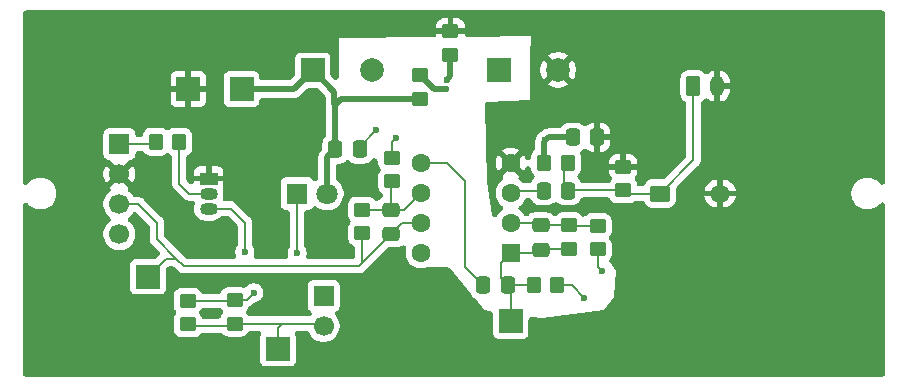
<source format=gbr>
%TF.GenerationSoftware,KiCad,Pcbnew,9.0.1*%
%TF.CreationDate,2025-10-23T13:46:40-06:00*%
%TF.ProjectId,lasertagpcb,6c617365-7274-4616-9770-63622e6b6963,rev?*%
%TF.SameCoordinates,Original*%
%TF.FileFunction,Copper,L1,Top*%
%TF.FilePolarity,Positive*%
%FSLAX46Y46*%
G04 Gerber Fmt 4.6, Leading zero omitted, Abs format (unit mm)*
G04 Created by KiCad (PCBNEW 9.0.1) date 2025-10-23 13:46:40*
%MOMM*%
%LPD*%
G01*
G04 APERTURE LIST*
G04 Aperture macros list*
%AMRoundRect*
0 Rectangle with rounded corners*
0 $1 Rounding radius*
0 $2 $3 $4 $5 $6 $7 $8 $9 X,Y pos of 4 corners*
0 Add a 4 corners polygon primitive as box body*
4,1,4,$2,$3,$4,$5,$6,$7,$8,$9,$2,$3,0*
0 Add four circle primitives for the rounded corners*
1,1,$1+$1,$2,$3*
1,1,$1+$1,$4,$5*
1,1,$1+$1,$6,$7*
1,1,$1+$1,$8,$9*
0 Add four rect primitives between the rounded corners*
20,1,$1+$1,$2,$3,$4,$5,0*
20,1,$1+$1,$4,$5,$6,$7,0*
20,1,$1+$1,$6,$7,$8,$9,0*
20,1,$1+$1,$8,$9,$2,$3,0*%
G04 Aperture macros list end*
%TA.AperFunction,SMDPad,CuDef*%
%ADD10R,2.000000X2.000000*%
%TD*%
%TA.AperFunction,SMDPad,CuDef*%
%ADD11RoundRect,0.250000X-0.450000X0.350000X-0.450000X-0.350000X0.450000X-0.350000X0.450000X0.350000X0*%
%TD*%
%TA.AperFunction,SMDPad,CuDef*%
%ADD12RoundRect,0.250000X-0.475000X0.337500X-0.475000X-0.337500X0.475000X-0.337500X0.475000X0.337500X0*%
%TD*%
%TA.AperFunction,ComponentPad*%
%ADD13R,1.700000X1.700000*%
%TD*%
%TA.AperFunction,ComponentPad*%
%ADD14C,1.700000*%
%TD*%
%TA.AperFunction,SMDPad,CuDef*%
%ADD15RoundRect,0.250000X0.350000X0.450000X-0.350000X0.450000X-0.350000X-0.450000X0.350000X-0.450000X0*%
%TD*%
%TA.AperFunction,SMDPad,CuDef*%
%ADD16RoundRect,0.250000X0.337500X0.475000X-0.337500X0.475000X-0.337500X-0.475000X0.337500X-0.475000X0*%
%TD*%
%TA.AperFunction,ComponentPad*%
%ADD17R,2.000000X2.000000*%
%TD*%
%TA.AperFunction,ComponentPad*%
%ADD18C,2.000000*%
%TD*%
%TA.AperFunction,SMDPad,CuDef*%
%ADD19RoundRect,0.250000X-0.337500X-0.475000X0.337500X-0.475000X0.337500X0.475000X-0.337500X0.475000X0*%
%TD*%
%TA.AperFunction,SMDPad,CuDef*%
%ADD20RoundRect,0.250000X-0.350000X-0.450000X0.350000X-0.450000X0.350000X0.450000X-0.350000X0.450000X0*%
%TD*%
%TA.AperFunction,SMDPad,CuDef*%
%ADD21RoundRect,0.250000X0.450000X-0.350000X0.450000X0.350000X-0.450000X0.350000X-0.450000X-0.350000X0*%
%TD*%
%TA.AperFunction,ComponentPad*%
%ADD22RoundRect,0.250000X-0.350000X-0.625000X0.350000X-0.625000X0.350000X0.625000X-0.350000X0.625000X0*%
%TD*%
%TA.AperFunction,ComponentPad*%
%ADD23O,1.200000X1.750000*%
%TD*%
%TA.AperFunction,ComponentPad*%
%ADD24R,1.500000X1.050000*%
%TD*%
%TA.AperFunction,ComponentPad*%
%ADD25O,1.500000X1.050000*%
%TD*%
%TA.AperFunction,ComponentPad*%
%ADD26RoundRect,0.250000X0.550000X0.550000X-0.550000X0.550000X-0.550000X-0.550000X0.550000X-0.550000X0*%
%TD*%
%TA.AperFunction,ComponentPad*%
%ADD27C,1.600000*%
%TD*%
%TA.AperFunction,ComponentPad*%
%ADD28R,1.800000X1.800000*%
%TD*%
%TA.AperFunction,ComponentPad*%
%ADD29C,1.800000*%
%TD*%
%TA.AperFunction,ComponentPad*%
%ADD30RoundRect,0.249200X-0.600800X-0.450800X0.600800X-0.450800X0.600800X0.450800X-0.600800X0.450800X0*%
%TD*%
%TA.AperFunction,ComponentPad*%
%ADD31O,1.700000X1.400000*%
%TD*%
%TA.AperFunction,ViaPad*%
%ADD32C,0.600000*%
%TD*%
%TA.AperFunction,Conductor*%
%ADD33C,0.500000*%
%TD*%
%TA.AperFunction,Conductor*%
%ADD34C,0.200000*%
%TD*%
G04 APERTURE END LIST*
D10*
%TO.P,TP4,1,1*%
%TO.N,GND*%
X111520000Y-64160000D03*
%TD*%
%TO.P,TP5,1,1*%
%TO.N,+3V3*%
X116020000Y-64160000D03*
%TD*%
%TO.P,TP3,1,1*%
%TO.N,Net-(J2-Pin_2)*%
X119110000Y-86130000D03*
%TD*%
%TO.P,TP2,1,1*%
%TO.N,/Rx*%
X108090000Y-80030000D03*
%TD*%
%TO.P,TP1,1,1*%
%TO.N,Net-(C2-Pad2)*%
X138810000Y-83820000D03*
%TD*%
D11*
%TO.P,R9,1*%
%TO.N,Net-(U1B--)*%
X126220000Y-74360000D03*
%TO.P,R9,2*%
%TO.N,/Rx*%
X126220000Y-76360000D03*
%TD*%
%TO.P,R10,1*%
%TO.N,/a_gnd*%
X131150000Y-62980000D03*
%TO.P,R10,2*%
%TO.N,+3V3*%
X131150000Y-64980000D03*
%TD*%
D12*
%TO.P,C4,1*%
%TO.N,Net-(U1B--)*%
X128690000Y-74362500D03*
%TO.P,C4,2*%
%TO.N,/Rx*%
X128690000Y-76437500D03*
%TD*%
D11*
%TO.P,R12,1*%
%TO.N,GND*%
X148330000Y-70730000D03*
%TO.P,R12,2*%
%TO.N,/sigin*%
X148330000Y-72730000D03*
%TD*%
D13*
%TO.P,J1,1,Pin_1*%
%TO.N,/Tx*%
X105680000Y-68820000D03*
D14*
%TO.P,J1,2,Pin_2*%
%TO.N,GND*%
X105680000Y-71360000D03*
%TO.P,J1,3,Pin_3*%
%TO.N,/Rx*%
X105680000Y-73900000D03*
%TO.P,J1,4,Pin_4*%
%TO.N,+3V3*%
X105680000Y-76440000D03*
%TD*%
D12*
%TO.P,C2,1*%
%TO.N,Net-(U1A--)*%
X141340000Y-75692500D03*
%TO.P,C2,2*%
%TO.N,Net-(C2-Pad2)*%
X141340000Y-77767500D03*
%TD*%
D11*
%TO.P,R11,1*%
%TO.N,GND*%
X133710000Y-59230000D03*
%TO.P,R11,2*%
%TO.N,/a_gnd*%
X133710000Y-61230000D03*
%TD*%
D13*
%TO.P,J2,1,Pin_1*%
%TO.N,Net-(D1-K)*%
X122970000Y-81665000D03*
D14*
%TO.P,J2,2,Pin_2*%
%TO.N,Net-(J2-Pin_2)*%
X122970000Y-84205000D03*
%TD*%
D15*
%TO.P,R7,1*%
%TO.N,/a_gnd*%
X142770000Y-80750000D03*
%TO.P,R7,2*%
%TO.N,Net-(C2-Pad2)*%
X140770000Y-80750000D03*
%TD*%
D16*
%TO.P,C1,1*%
%TO.N,/sigin*%
X143677500Y-72750000D03*
%TO.P,C1,2*%
%TO.N,Net-(U1A-+)*%
X141602500Y-72750000D03*
%TD*%
D17*
%TO.P,C7,1*%
%TO.N,/a_gnd*%
X137827349Y-62530000D03*
D18*
%TO.P,C7,2*%
%TO.N,GND*%
X142827349Y-62530000D03*
%TD*%
D19*
%TO.P,C6,1*%
%TO.N,+3V3*%
X123962500Y-69240000D03*
%TO.P,C6,2*%
%TO.N,/a_gnd*%
X126037500Y-69240000D03*
%TD*%
%TO.P,C8,1*%
%TO.N,/a_gnd*%
X144072500Y-68240000D03*
%TO.P,C8,2*%
%TO.N,GND*%
X146147500Y-68240000D03*
%TD*%
D20*
%TO.P,R6,1*%
%TO.N,/a_gnd*%
X141640000Y-70390000D03*
%TO.P,R6,2*%
%TO.N,/sigin*%
X143640000Y-70390000D03*
%TD*%
D11*
%TO.P,R8,1*%
%TO.N,/a_gnd*%
X128760000Y-69970000D03*
%TO.P,R8,2*%
%TO.N,Net-(U1B--)*%
X128760000Y-71970000D03*
%TD*%
D21*
%TO.P,R4,1*%
%TO.N,/a_gnd*%
X146160000Y-77730000D03*
%TO.P,R4,2*%
%TO.N,Net-(U1A--)*%
X146160000Y-75730000D03*
%TD*%
D22*
%TO.P,J3,1,Pin_1*%
%TO.N,/sigin*%
X154280000Y-63910000D03*
D23*
%TO.P,J3,2,Pin_2*%
%TO.N,GND*%
X156280000Y-63910000D03*
%TD*%
D16*
%TO.P,C3,1*%
%TO.N,Net-(C2-Pad2)*%
X138567500Y-80750000D03*
%TO.P,C3,2*%
%TO.N,Net-(U1B-+)*%
X136492500Y-80750000D03*
%TD*%
D21*
%TO.P,R2,1*%
%TO.N,Net-(J2-Pin_2)*%
X115440000Y-84005000D03*
%TO.P,R2,2*%
%TO.N,Net-(Q1-D)*%
X115440000Y-82005000D03*
%TD*%
D20*
%TO.P,R3,1*%
%TO.N,/Tx*%
X108750000Y-68620000D03*
%TO.P,R3,2*%
%TO.N,Net-(Q1-G)*%
X110750000Y-68620000D03*
%TD*%
D17*
%TO.P,C5,1*%
%TO.N,+3V3*%
X122037349Y-62570000D03*
D18*
%TO.P,C5,2*%
%TO.N,/a_gnd*%
X127037349Y-62570000D03*
%TD*%
D24*
%TO.P,Q1,1,S*%
%TO.N,GND*%
X113240000Y-71730000D03*
D25*
%TO.P,Q1,2,G*%
%TO.N,Net-(Q1-G)*%
X113240000Y-73000000D03*
%TO.P,Q1,3,D*%
%TO.N,Net-(Q1-D)*%
X113240000Y-74270000D03*
%TD*%
D26*
%TO.P,U1,1*%
%TO.N,Net-(C2-Pad2)*%
X138825000Y-78030000D03*
D27*
%TO.P,U1,2,-*%
%TO.N,Net-(U1A--)*%
X138825000Y-75490000D03*
%TO.P,U1,3,+*%
%TO.N,Net-(U1A-+)*%
X138825000Y-72950000D03*
%TO.P,U1,4,V-*%
%TO.N,GND*%
X138825000Y-70410000D03*
%TO.P,U1,5,+*%
%TO.N,Net-(U1B-+)*%
X131205000Y-70410000D03*
%TO.P,U1,6,-*%
%TO.N,Net-(U1B--)*%
X131205000Y-72950000D03*
%TO.P,U1,7*%
%TO.N,/Rx*%
X131205000Y-75490000D03*
%TO.P,U1,8,V+*%
%TO.N,+3V3*%
X131205000Y-78030000D03*
%TD*%
D11*
%TO.P,R5,1*%
%TO.N,Net-(U1A--)*%
X143720000Y-75670000D03*
%TO.P,R5,2*%
%TO.N,Net-(C2-Pad2)*%
X143720000Y-77670000D03*
%TD*%
D21*
%TO.P,R1,1*%
%TO.N,Net-(J2-Pin_2)*%
X111470000Y-84075000D03*
%TO.P,R1,2*%
%TO.N,Net-(Q1-D)*%
X111470000Y-82075000D03*
%TD*%
D28*
%TO.P,D1,1,K*%
%TO.N,Net-(D1-K)*%
X120730000Y-73000000D03*
D29*
%TO.P,D1,2,A*%
%TO.N,+3V3*%
X123270000Y-73000000D03*
%TD*%
D30*
%TO.P,D2,1,K*%
%TO.N,/sigin*%
X151460000Y-73000000D03*
D31*
%TO.P,D2,2,A*%
%TO.N,GND*%
X156540000Y-73000000D03*
%TD*%
D32*
%TO.N,GND*%
X115940000Y-66760000D03*
X113650000Y-64150000D03*
X149110000Y-63610000D03*
X114610000Y-75300000D03*
%TO.N,Net-(D1-K)*%
X120730000Y-78000000D03*
%TO.N,GND*%
X126930000Y-81490000D03*
X145340000Y-69910000D03*
X120680000Y-69890000D03*
X142240000Y-87900000D03*
X133030000Y-79950000D03*
X161250000Y-58030000D03*
X98171421Y-87900000D03*
X98171421Y-58030000D03*
X169800000Y-80670000D03*
X127250000Y-70940000D03*
X115500000Y-87900000D03*
X137460000Y-68770000D03*
X141850000Y-84140000D03*
X113430000Y-80540000D03*
X108900000Y-64110000D03*
X109490000Y-70490000D03*
X137440000Y-71580000D03*
X114680000Y-77790000D03*
X141320000Y-58030000D03*
X119400000Y-77880000D03*
X125170000Y-87900000D03*
X142780000Y-60730000D03*
X144920000Y-74280000D03*
X110110000Y-74910000D03*
X159540000Y-82810000D03*
X156290000Y-65990000D03*
X98171421Y-65440000D03*
X162170000Y-87900000D03*
X169800000Y-87900000D03*
X117730000Y-77880000D03*
X124250000Y-58030000D03*
X131260000Y-84160000D03*
X98171421Y-80340000D03*
X137510000Y-74250000D03*
X113410000Y-83150000D03*
X111590000Y-77820000D03*
X152500000Y-87900000D03*
X165020000Y-61650000D03*
X148280000Y-82650000D03*
X151580000Y-58030000D03*
X148110000Y-74370000D03*
X122420000Y-77770000D03*
X146760000Y-71670000D03*
X164310000Y-77550000D03*
X148250000Y-68160000D03*
X118190000Y-73060000D03*
X140300000Y-69090000D03*
X111500000Y-66180000D03*
X154530000Y-80630000D03*
X122670000Y-60490000D03*
X102900000Y-83340000D03*
X161110000Y-72990000D03*
X113290000Y-69930000D03*
X115640000Y-71810000D03*
X140280000Y-74130000D03*
X133430000Y-87900000D03*
X107800000Y-72720000D03*
X169800000Y-58030000D03*
X104320000Y-58030000D03*
X140190000Y-71540000D03*
X125490000Y-71620000D03*
X101920000Y-61580000D03*
X137440000Y-65830000D03*
X164480000Y-67352122D03*
X114580000Y-58030000D03*
X122210000Y-65130000D03*
X148120000Y-78710000D03*
X169800000Y-65770000D03*
X159340000Y-63830000D03*
X139590000Y-67140000D03*
X105240000Y-87900000D03*
X142600000Y-74270000D03*
X119120000Y-81710000D03*
X109220000Y-83060000D03*
X127180000Y-72890000D03*
X136630000Y-83550000D03*
X102710000Y-74440000D03*
X103460000Y-70300000D03*
X145040000Y-71600000D03*
X128800000Y-78700000D03*
X142760000Y-64950000D03*
X156510000Y-75060000D03*
X131750000Y-58220000D03*
%TO.N,Net-(Q1-D)*%
X116300000Y-77940000D03*
X117050000Y-81400000D03*
%TO.N,/a_gnd*%
X133360000Y-64120000D03*
X141750000Y-68500000D03*
X145040000Y-81840000D03*
X129120000Y-68270000D03*
X133380000Y-63390000D03*
X127420000Y-67650000D03*
X146530000Y-79580000D03*
%TD*%
D33*
%TO.N,/a_gnd*%
X133360000Y-64120000D02*
X132290000Y-64120000D01*
X132290000Y-64120000D02*
X131150000Y-62980000D01*
%TO.N,+3V3*%
X116020000Y-64160000D02*
X120447349Y-64160000D01*
X120447349Y-64160000D02*
X122037349Y-62570000D01*
D34*
%TO.N,Net-(C2-Pad2)*%
X138810000Y-83820000D02*
X138810000Y-80992500D01*
X138810000Y-80992500D02*
X138567500Y-80750000D01*
%TO.N,Net-(J2-Pin_2)*%
X115440000Y-84005000D02*
X119480000Y-84005000D01*
X119110000Y-86130000D02*
X119110000Y-84375000D01*
X119110000Y-84375000D02*
X119480000Y-84005000D01*
%TO.N,/Rx*%
X111110000Y-79130000D02*
X110495000Y-78515000D01*
X108090000Y-80030000D02*
X109605000Y-78515000D01*
X109605000Y-78515000D02*
X110495000Y-78515000D01*
X110495000Y-78515000D02*
X108860000Y-76880000D01*
%TO.N,/sigin*%
X148330000Y-72730000D02*
X143697500Y-72730000D01*
%TO.N,Net-(U1B-+)*%
X131205000Y-70410000D02*
X133410000Y-70410000D01*
X134940000Y-71940000D02*
X134940000Y-79197500D01*
X133410000Y-70410000D02*
X134940000Y-71940000D01*
X134940000Y-79197500D02*
X136492500Y-80750000D01*
%TO.N,Net-(C2-Pad2)*%
X138567500Y-80750000D02*
X137998406Y-80180906D01*
X137998406Y-80180906D02*
X137998406Y-78856594D01*
X137998406Y-78856594D02*
X138825000Y-78030000D01*
%TO.N,Net-(J2-Pin_2)*%
X119480000Y-84005000D02*
X122770000Y-84005000D01*
X122770000Y-84005000D02*
X122970000Y-84205000D01*
D33*
%TO.N,+3V3*%
X122037349Y-62570000D02*
X123890000Y-64422651D01*
X123890000Y-64422651D02*
X123890000Y-65412349D01*
X123890000Y-65412349D02*
X123962500Y-65484849D01*
%TO.N,/a_gnd*%
X133380000Y-63390000D02*
X133710000Y-63060000D01*
X133710000Y-63060000D02*
X133710000Y-61230000D01*
D34*
%TO.N,Net-(D1-K)*%
X120730000Y-78000000D02*
X120730000Y-73000000D01*
D33*
%TO.N,+3V3*%
X123270000Y-69932500D02*
X123962500Y-69240000D01*
X124467349Y-64980000D02*
X131150000Y-64980000D01*
X123962500Y-65484849D02*
X124467349Y-64980000D01*
X123270000Y-73000000D02*
X123270000Y-69932500D01*
X123962500Y-69240000D02*
X123962500Y-65484849D01*
D34*
%TO.N,/Tx*%
X108550000Y-68820000D02*
X108750000Y-68620000D01*
X105680000Y-68820000D02*
X108550000Y-68820000D01*
%TO.N,/Rx*%
X126220000Y-76360000D02*
X126220000Y-78900000D01*
X131205000Y-75490000D02*
X129637500Y-75490000D01*
X126220000Y-78900000D02*
X126175000Y-78945000D01*
X126175000Y-78945000D02*
X125990000Y-79130000D01*
X107290000Y-73900000D02*
X105680000Y-73900000D01*
X128690000Y-76437500D02*
X128682500Y-76437500D01*
X108860000Y-76880000D02*
X108860000Y-75470000D01*
X129637500Y-75490000D02*
X128690000Y-76437500D01*
X128682500Y-76437500D02*
X126175000Y-78945000D01*
X125990000Y-79130000D02*
X111110000Y-79130000D01*
X108860000Y-75470000D02*
X107290000Y-73900000D01*
%TO.N,Net-(J2-Pin_2)*%
X111470000Y-84075000D02*
X111596000Y-84201000D01*
X115244000Y-84201000D02*
X115440000Y-84005000D01*
X111596000Y-84201000D02*
X115244000Y-84201000D01*
%TO.N,Net-(Q1-G)*%
X110750000Y-72160000D02*
X111590000Y-73000000D01*
X110750000Y-68620000D02*
X110750000Y-72160000D01*
X111590000Y-73000000D02*
X113240000Y-73000000D01*
%TO.N,Net-(Q1-D)*%
X116445000Y-82005000D02*
X117050000Y-81400000D01*
X116310000Y-77300000D02*
X116310000Y-75470000D01*
X116310000Y-75470000D02*
X115110000Y-74270000D01*
X115110000Y-74270000D02*
X113240000Y-74270000D01*
X116300000Y-77940000D02*
X116300000Y-77310000D01*
X116300000Y-77310000D02*
X116310000Y-77300000D01*
X115440000Y-82005000D02*
X116445000Y-82005000D01*
X115370000Y-82075000D02*
X115440000Y-82005000D01*
X111470000Y-82075000D02*
X115370000Y-82075000D01*
%TO.N,/sigin*%
X148600000Y-73000000D02*
X148330000Y-72730000D01*
X154280000Y-63910000D02*
X154280000Y-70180000D01*
X143290000Y-70740000D02*
X143640000Y-70390000D01*
X151460000Y-73000000D02*
X148600000Y-73000000D01*
X143677500Y-72750000D02*
X143290000Y-72362500D01*
X154280000Y-70180000D02*
X151460000Y-73000000D01*
X143290000Y-72362500D02*
X143290000Y-70740000D01*
%TO.N,Net-(U1A-+)*%
X139025000Y-72750000D02*
X138825000Y-72950000D01*
X141602500Y-72750000D02*
X139025000Y-72750000D01*
%TO.N,Net-(C2-Pad2)*%
X138825000Y-78030000D02*
X141077500Y-78030000D01*
X143720000Y-77670000D02*
X141437500Y-77670000D01*
X138567500Y-80750000D02*
X140770000Y-80750000D01*
X141437500Y-77670000D02*
X141340000Y-77767500D01*
X141077500Y-78030000D02*
X141340000Y-77767500D01*
%TO.N,Net-(U1A--)*%
X143697500Y-75692500D02*
X143720000Y-75670000D01*
X141340000Y-75692500D02*
X143697500Y-75692500D01*
X141137500Y-75490000D02*
X141340000Y-75692500D01*
X143720000Y-75670000D02*
X143840000Y-75670000D01*
X138825000Y-75490000D02*
X141137500Y-75490000D01*
X143840000Y-75670000D02*
X143900000Y-75730000D01*
X143900000Y-75730000D02*
X146160000Y-75730000D01*
%TO.N,Net-(U1B--)*%
X128690000Y-74362500D02*
X126222500Y-74362500D01*
X128690000Y-74362500D02*
X128690000Y-72040000D01*
X131205000Y-72950000D02*
X129792500Y-74362500D01*
X129792500Y-74362500D02*
X128690000Y-74362500D01*
X126222500Y-74362500D02*
X126220000Y-74360000D01*
X128690000Y-72040000D02*
X128760000Y-71970000D01*
%TO.N,/a_gnd*%
X128760000Y-68630000D02*
X129120000Y-68270000D01*
X126037500Y-69240000D02*
X126037500Y-69032500D01*
X128760000Y-69970000D02*
X128760000Y-68630000D01*
X142970000Y-80780000D02*
X143980000Y-80780000D01*
X143980000Y-80780000D02*
X145040000Y-81840000D01*
X146160000Y-79210000D02*
X146530000Y-79580000D01*
X126037500Y-69032500D02*
X127420000Y-67650000D01*
D33*
X141640000Y-70390000D02*
X141640000Y-68610000D01*
X144072500Y-68240000D02*
X142010000Y-68240000D01*
X142010000Y-68240000D02*
X141750000Y-68500000D01*
D34*
X141640000Y-68610000D02*
X141750000Y-68500000D01*
X146160000Y-77730000D02*
X146160000Y-79210000D01*
X142800000Y-80780000D02*
X142970000Y-80780000D01*
X142770000Y-80750000D02*
X142800000Y-80780000D01*
%TD*%
%TA.AperFunction,Conductor*%
%TO.N,GND*%
G36*
X114185173Y-82679128D02*
G01*
X114203751Y-82678237D01*
X114232384Y-82688519D01*
X114262221Y-82694454D01*
X114277684Y-82704786D01*
X114295189Y-82711072D01*
X114317706Y-82731527D01*
X114343003Y-82748430D01*
X114360060Y-82770003D01*
X114367102Y-82776400D01*
X114373344Y-82784837D01*
X114397288Y-82823656D01*
X114415654Y-82842022D01*
X114426662Y-82856900D01*
X114468100Y-82944775D01*
X114472756Y-83041818D01*
X114439921Y-83133256D01*
X114402566Y-83181065D01*
X114398013Y-83185619D01*
X114397286Y-83186346D01*
X114305185Y-83335667D01*
X114273985Y-83429823D01*
X114226020Y-83514312D01*
X114149374Y-83574015D01*
X114055715Y-83599842D01*
X114037624Y-83600500D01*
X112849180Y-83600500D01*
X112753892Y-83581546D01*
X112673110Y-83527570D01*
X112635587Y-83479480D01*
X112621461Y-83455905D01*
X112604814Y-83405666D01*
X112512712Y-83256344D01*
X112485708Y-83229340D01*
X112469914Y-83202980D01*
X112463705Y-83185619D01*
X112453461Y-83170288D01*
X112447494Y-83140293D01*
X112437197Y-83111500D01*
X112438104Y-83093084D01*
X112434507Y-83075000D01*
X112440473Y-83045006D01*
X112441978Y-83014463D01*
X112449863Y-82997796D01*
X112453461Y-82979712D01*
X112470451Y-82954283D01*
X112483530Y-82926642D01*
X112497191Y-82914263D01*
X112507434Y-82898933D01*
X112512712Y-82893656D01*
X112574315Y-82793780D01*
X112640470Y-82722631D01*
X112728818Y-82682212D01*
X112786243Y-82675500D01*
X114166933Y-82675500D01*
X114185173Y-82679128D01*
G37*
%TD.AperFunction*%
%TA.AperFunction,Conductor*%
G36*
X107690725Y-69439454D02*
G01*
X107771507Y-69493430D01*
X107798282Y-69527294D01*
X107798296Y-69527283D01*
X107807292Y-69538661D01*
X107872093Y-69603461D01*
X107931344Y-69662712D01*
X108080666Y-69754814D01*
X108080669Y-69754815D01*
X108080667Y-69754815D01*
X108244310Y-69809040D01*
X108247203Y-69809999D01*
X108349991Y-69820500D01*
X109150008Y-69820499D01*
X109252797Y-69809999D01*
X109419334Y-69754814D01*
X109568656Y-69662712D01*
X109573933Y-69657434D01*
X109654712Y-69603461D01*
X109750000Y-69584507D01*
X109845288Y-69603461D01*
X109890385Y-69627854D01*
X109909608Y-69640976D01*
X109931344Y-69662712D01*
X110036130Y-69727344D01*
X110040885Y-69730590D01*
X110070936Y-69761243D01*
X110102369Y-69790470D01*
X110104802Y-69795789D01*
X110108899Y-69799968D01*
X110124932Y-69839788D01*
X110142788Y-69878818D01*
X110143663Y-69886311D01*
X110145186Y-69890092D01*
X110145101Y-69898610D01*
X110149500Y-69936243D01*
X110149500Y-72065665D01*
X110149499Y-72065683D01*
X110149499Y-72080943D01*
X110149499Y-72239057D01*
X110156713Y-72265978D01*
X110190422Y-72391784D01*
X110190426Y-72391792D01*
X110218503Y-72440422D01*
X110218504Y-72440423D01*
X110269480Y-72528716D01*
X110381284Y-72640520D01*
X110381286Y-72640521D01*
X111109478Y-73368713D01*
X111109480Y-73368716D01*
X111221284Y-73480520D01*
X111358216Y-73559577D01*
X111470019Y-73589534D01*
X111510942Y-73600500D01*
X111510943Y-73600500D01*
X111815657Y-73600500D01*
X111821640Y-73600788D01*
X111863076Y-73611123D01*
X111904956Y-73619454D01*
X111910008Y-73622830D01*
X111915906Y-73624301D01*
X111950228Y-73649703D01*
X111985738Y-73673430D01*
X111989115Y-73678484D01*
X111993999Y-73682099D01*
X112015986Y-73718700D01*
X112039714Y-73754212D01*
X112040899Y-73760172D01*
X112044029Y-73765382D01*
X112050336Y-73807613D01*
X112058668Y-73849500D01*
X112057482Y-73855461D01*
X112058380Y-73861472D01*
X112048044Y-73902908D01*
X112039714Y-73944787D01*
X112028909Y-73970873D01*
X111989500Y-74168997D01*
X111989500Y-74371003D01*
X112009874Y-74473429D01*
X112028909Y-74569128D01*
X112106211Y-74755751D01*
X112106217Y-74755761D01*
X112218437Y-74923712D01*
X112218439Y-74923714D01*
X112218442Y-74923718D01*
X112361282Y-75066558D01*
X112361285Y-75066560D01*
X112361287Y-75066562D01*
X112511906Y-75167201D01*
X112529244Y-75178786D01*
X112529246Y-75178786D01*
X112529248Y-75178788D01*
X112602073Y-75208953D01*
X112715873Y-75256091D01*
X112913997Y-75295500D01*
X112913999Y-75295500D01*
X113566001Y-75295500D01*
X113566003Y-75295500D01*
X113764127Y-75256091D01*
X113950756Y-75178786D01*
X114118718Y-75066558D01*
X114241848Y-74943427D01*
X114322627Y-74889454D01*
X114417915Y-74870500D01*
X114758125Y-74870500D01*
X114853413Y-74889454D01*
X114934195Y-74943430D01*
X115636570Y-75645805D01*
X115690546Y-75726587D01*
X115709500Y-75821875D01*
X115709500Y-77160839D01*
X115701016Y-77225278D01*
X115699499Y-77230943D01*
X115699499Y-77230946D01*
X115699499Y-77322317D01*
X115680545Y-77417605D01*
X115657535Y-77460653D01*
X115590609Y-77560814D01*
X115590603Y-77560826D01*
X115530263Y-77706502D01*
X115530261Y-77706507D01*
X115499500Y-77861153D01*
X115499500Y-78018846D01*
X115530261Y-78173491D01*
X115530262Y-78173494D01*
X115530263Y-78173497D01*
X115535116Y-78185215D01*
X115554070Y-78280500D01*
X115535116Y-78375788D01*
X115481140Y-78456569D01*
X115400359Y-78510546D01*
X115305070Y-78529500D01*
X111461875Y-78529500D01*
X111366587Y-78510546D01*
X111285805Y-78456570D01*
X110975521Y-78146286D01*
X110975520Y-78146284D01*
X110863716Y-78034480D01*
X110863713Y-78034478D01*
X109533430Y-76704195D01*
X109479454Y-76623413D01*
X109460500Y-76528125D01*
X109460500Y-75390944D01*
X109449395Y-75349497D01*
X109449395Y-75349496D01*
X109434927Y-75295500D01*
X109419577Y-75238215D01*
X109378578Y-75167203D01*
X109340520Y-75101284D01*
X109228716Y-74989480D01*
X109228713Y-74989478D01*
X107770521Y-73531286D01*
X107770520Y-73531284D01*
X107658716Y-73419480D01*
X107654919Y-73417288D01*
X107570789Y-73368716D01*
X107537427Y-73349454D01*
X107521784Y-73340422D01*
X107409980Y-73310464D01*
X107369057Y-73299499D01*
X107210943Y-73299499D01*
X107195682Y-73299499D01*
X107195666Y-73299500D01*
X107039892Y-73299500D01*
X106944604Y-73280546D01*
X106863822Y-73226570D01*
X106838446Y-73196858D01*
X106835052Y-73192187D01*
X106835051Y-73192184D01*
X106710104Y-73020208D01*
X106559792Y-72869896D01*
X106506439Y-72831133D01*
X106440492Y-72759792D01*
X106406865Y-72668642D01*
X106410679Y-72571562D01*
X106438967Y-72510197D01*
X106441716Y-72475270D01*
X105809408Y-71842962D01*
X105872993Y-71825925D01*
X105987007Y-71760099D01*
X106080099Y-71667007D01*
X106145925Y-71552993D01*
X106162962Y-71489408D01*
X106795270Y-72121716D01*
X106834624Y-72067551D01*
X106931091Y-71878224D01*
X106931095Y-71878215D01*
X106996758Y-71676123D01*
X107029999Y-71466256D01*
X107030000Y-71466244D01*
X107030000Y-71253755D01*
X107029999Y-71253743D01*
X106996758Y-71043876D01*
X106931095Y-70841784D01*
X106931091Y-70841774D01*
X106834624Y-70652448D01*
X106795269Y-70598281D01*
X106162962Y-71230589D01*
X106145925Y-71167007D01*
X106080099Y-71052993D01*
X105987007Y-70959901D01*
X105872993Y-70894075D01*
X105809407Y-70877037D01*
X106446373Y-70240072D01*
X106475869Y-70220363D01*
X106503082Y-70197615D01*
X106515946Y-70193585D01*
X106527155Y-70186096D01*
X106595792Y-70168572D01*
X106598966Y-70168231D01*
X106673995Y-70174935D01*
X106683335Y-70163088D01*
X106758035Y-70119127D01*
X106772331Y-70113796D01*
X106887546Y-70027546D01*
X106973796Y-69912331D01*
X107024091Y-69777483D01*
X107030500Y-69717873D01*
X107030500Y-69669500D01*
X107049454Y-69574212D01*
X107103430Y-69493430D01*
X107184212Y-69439454D01*
X107279500Y-69420500D01*
X107595437Y-69420500D01*
X107690725Y-69439454D01*
G37*
%TD.AperFunction*%
%TA.AperFunction,Conductor*%
G36*
X127273925Y-70013907D02*
G01*
X127368781Y-70036743D01*
X127456984Y-70077472D01*
X127522888Y-70148856D01*
X127556459Y-70240027D01*
X127559500Y-70278823D01*
X127559500Y-70370005D01*
X127570001Y-70472800D01*
X127619169Y-70621177D01*
X127625186Y-70639334D01*
X127669637Y-70711401D01*
X127713639Y-70782741D01*
X127717288Y-70788656D01*
X127722565Y-70793933D01*
X127776539Y-70874712D01*
X127795493Y-70970000D01*
X127776539Y-71065288D01*
X127722565Y-71146066D01*
X127717288Y-71151344D01*
X127717286Y-71151346D01*
X127625184Y-71300668D01*
X127570002Y-71467197D01*
X127570001Y-71467204D01*
X127559500Y-71569988D01*
X127559500Y-72370006D01*
X127570001Y-72472800D01*
X127625185Y-72639332D01*
X127625186Y-72639334D01*
X127663143Y-72700873D01*
X127715091Y-72785095D01*
X127717288Y-72788656D01*
X127841344Y-72912712D01*
X127871435Y-72931272D01*
X127902460Y-72960118D01*
X127934913Y-72987351D01*
X127937879Y-72993050D01*
X127942586Y-72997426D01*
X127960212Y-73035954D01*
X127979772Y-73073530D01*
X127980331Y-73079931D01*
X127983005Y-73085774D01*
X127984546Y-73128116D01*
X127988237Y-73170315D01*
X127986305Y-73176441D01*
X127986539Y-73182865D01*
X127971758Y-73222574D01*
X127959020Y-73262973D01*
X127955241Y-73266948D01*
X127952648Y-73273917D01*
X127896568Y-73337396D01*
X127884542Y-73347047D01*
X127746344Y-73432288D01*
X127622288Y-73556344D01*
X127620855Y-73558667D01*
X127605737Y-73570800D01*
X127574475Y-73587072D01*
X127545174Y-73606651D01*
X127531723Y-73609326D01*
X127519558Y-73615659D01*
X127484451Y-73618729D01*
X127449886Y-73625605D01*
X127436433Y-73622929D01*
X127422773Y-73624124D01*
X127389166Y-73613527D01*
X127354598Y-73606651D01*
X127343194Y-73599031D01*
X127330115Y-73594907D01*
X127303118Y-73572253D01*
X127273817Y-73552674D01*
X127272006Y-73550639D01*
X127262713Y-73541346D01*
X127262712Y-73541344D01*
X127138656Y-73417288D01*
X127116188Y-73403430D01*
X127080777Y-73381588D01*
X126989334Y-73325186D01*
X126989332Y-73325185D01*
X126989330Y-73325184D01*
X126989332Y-73325184D01*
X126822802Y-73270002D01*
X126822798Y-73270001D01*
X126822797Y-73270001D01*
X126720009Y-73259500D01*
X126720005Y-73259500D01*
X125720002Y-73259500D01*
X125719985Y-73259501D01*
X125617199Y-73270001D01*
X125450667Y-73325185D01*
X125301346Y-73417286D01*
X125177286Y-73541346D01*
X125085184Y-73690668D01*
X125030002Y-73857197D01*
X125030001Y-73857204D01*
X125019500Y-73959988D01*
X125019500Y-74760006D01*
X125030001Y-74862800D01*
X125085185Y-75029332D01*
X125085186Y-75029334D01*
X125136096Y-75111873D01*
X125170222Y-75167201D01*
X125177288Y-75178656D01*
X125182565Y-75183933D01*
X125236539Y-75264712D01*
X125255493Y-75360000D01*
X125236539Y-75455288D01*
X125182565Y-75536066D01*
X125177288Y-75541344D01*
X125177286Y-75541346D01*
X125085184Y-75690668D01*
X125030002Y-75857197D01*
X125030001Y-75857204D01*
X125019500Y-75959988D01*
X125019500Y-76760006D01*
X125030001Y-76862800D01*
X125085185Y-77029332D01*
X125085186Y-77029334D01*
X125141330Y-77120359D01*
X125158261Y-77147809D01*
X125177288Y-77178656D01*
X125301344Y-77302712D01*
X125450666Y-77394814D01*
X125450668Y-77394814D01*
X125450669Y-77394815D01*
X125463811Y-77400944D01*
X125463158Y-77402343D01*
X125533304Y-77442161D01*
X125593010Y-77518804D01*
X125618841Y-77612462D01*
X125619500Y-77630564D01*
X125619500Y-78280500D01*
X125600546Y-78375788D01*
X125546570Y-78456570D01*
X125465788Y-78510546D01*
X125370500Y-78529500D01*
X121744266Y-78529500D01*
X121648978Y-78510546D01*
X121568196Y-78456570D01*
X121514220Y-78375788D01*
X121495266Y-78280500D01*
X121500050Y-78231923D01*
X121530500Y-78078842D01*
X121530500Y-77921158D01*
X121518564Y-77861153D01*
X121499738Y-77766507D01*
X121499737Y-77766505D01*
X121499737Y-77766503D01*
X121439394Y-77620821D01*
X121372464Y-77520653D01*
X121335284Y-77430893D01*
X121330500Y-77382316D01*
X121330500Y-74649499D01*
X121349454Y-74554211D01*
X121403430Y-74473429D01*
X121484212Y-74419453D01*
X121579500Y-74400499D01*
X121677866Y-74400499D01*
X121677872Y-74400499D01*
X121737483Y-74394091D01*
X121872331Y-74343796D01*
X121987546Y-74257546D01*
X122062610Y-74157273D01*
X122134884Y-74092354D01*
X122226504Y-74060031D01*
X122323520Y-74065232D01*
X122408297Y-74105050D01*
X122535978Y-74197815D01*
X122535981Y-74197816D01*
X122535986Y-74197820D01*
X122732383Y-74297890D01*
X122732386Y-74297891D01*
X122732394Y-74297895D01*
X122942049Y-74366015D01*
X122942060Y-74366016D01*
X122942061Y-74366017D01*
X122973529Y-74371001D01*
X123159778Y-74400500D01*
X123159782Y-74400500D01*
X123380218Y-74400500D01*
X123380222Y-74400500D01*
X123597951Y-74366015D01*
X123807606Y-74297895D01*
X123807616Y-74297890D01*
X124004013Y-74197820D01*
X124004015Y-74197818D01*
X124004022Y-74197815D01*
X124182365Y-74068242D01*
X124338242Y-73912365D01*
X124467815Y-73734022D01*
X124479840Y-73710423D01*
X124567890Y-73537616D01*
X124567890Y-73537615D01*
X124567895Y-73537606D01*
X124636015Y-73327951D01*
X124670500Y-73110222D01*
X124670500Y-72889778D01*
X124636015Y-72672049D01*
X124567895Y-72462394D01*
X124567891Y-72462386D01*
X124567890Y-72462383D01*
X124467820Y-72265986D01*
X124467816Y-72265981D01*
X124467815Y-72265978D01*
X124338242Y-72087635D01*
X124338238Y-72087631D01*
X124338236Y-72087628D01*
X124182367Y-71931760D01*
X124182365Y-71931758D01*
X124123141Y-71888729D01*
X124057192Y-71817385D01*
X124023565Y-71726235D01*
X124020500Y-71687284D01*
X124020500Y-70714499D01*
X124039454Y-70619211D01*
X124093430Y-70538429D01*
X124174212Y-70484453D01*
X124269500Y-70465499D01*
X124350006Y-70465499D01*
X124350008Y-70465499D01*
X124452797Y-70454999D01*
X124619334Y-70399814D01*
X124768656Y-70307712D01*
X124823933Y-70252434D01*
X124904712Y-70198461D01*
X125000000Y-70179507D01*
X125095288Y-70198461D01*
X125176066Y-70252434D01*
X125231344Y-70307712D01*
X125380666Y-70399814D01*
X125380669Y-70399815D01*
X125380667Y-70399815D01*
X125533686Y-70450520D01*
X125547203Y-70454999D01*
X125649991Y-70465500D01*
X126425008Y-70465499D01*
X126527797Y-70454999D01*
X126694334Y-70399814D01*
X126843656Y-70307712D01*
X126967712Y-70183656D01*
X127003722Y-70125273D01*
X127069875Y-70054124D01*
X127158223Y-70013705D01*
X127255314Y-70010171D01*
X127273925Y-70013907D01*
G37*
%TD.AperFunction*%
%TA.AperFunction,Conductor*%
G36*
X139904474Y-71135921D02*
G01*
X139904474Y-71135920D01*
X139936859Y-71091347D01*
X139936863Y-71091342D01*
X140029757Y-70909025D01*
X140029764Y-70909009D01*
X140054436Y-70833074D01*
X140101907Y-70748306D01*
X140178205Y-70688158D01*
X140271712Y-70661786D01*
X140368193Y-70673205D01*
X140452961Y-70720676D01*
X140513109Y-70796974D01*
X140538960Y-70884713D01*
X140550001Y-70992800D01*
X140605185Y-71159331D01*
X140605186Y-71159334D01*
X140697288Y-71308656D01*
X140757565Y-71368933D01*
X140811539Y-71449712D01*
X140830493Y-71545000D01*
X140811539Y-71640288D01*
X140786427Y-71686432D01*
X140773569Y-71705062D01*
X140672288Y-71806344D01*
X140580186Y-71955666D01*
X140561312Y-72012622D01*
X140541085Y-72041932D01*
X140531287Y-72051439D01*
X140524547Y-72063313D01*
X140496695Y-72085007D01*
X140471362Y-72109591D01*
X140458671Y-72114625D01*
X140447900Y-72123016D01*
X140413866Y-72132400D01*
X140381054Y-72145418D01*
X140367402Y-72145212D01*
X140354241Y-72148842D01*
X140336151Y-72149500D01*
X139966825Y-72149500D01*
X139871537Y-72130546D01*
X139790755Y-72076570D01*
X139672218Y-71958033D01*
X139672214Y-71958030D01*
X139566377Y-71881135D01*
X139500428Y-71809793D01*
X139466801Y-71718643D01*
X139470615Y-71621563D01*
X139511290Y-71533332D01*
X139550560Y-71494061D01*
X139550921Y-71489474D01*
X138871446Y-70810000D01*
X138877661Y-70810000D01*
X138979394Y-70782741D01*
X139070606Y-70730080D01*
X139145080Y-70655606D01*
X139197741Y-70564394D01*
X139225000Y-70462661D01*
X139225000Y-70456446D01*
X139904474Y-71135921D01*
G37*
%TD.AperFunction*%
%TA.AperFunction,Conductor*%
G36*
X170345788Y-57519454D02*
G01*
X170426570Y-57573430D01*
X170480546Y-57654212D01*
X170499500Y-57749500D01*
X170499500Y-71999933D01*
X170480546Y-72095221D01*
X170426570Y-72176003D01*
X170345788Y-72229979D01*
X170250500Y-72248933D01*
X170155212Y-72229979D01*
X170074430Y-72176003D01*
X170049055Y-72146292D01*
X170036855Y-72129500D01*
X170030104Y-72120208D01*
X169879792Y-71969896D01*
X169707816Y-71844949D01*
X169518412Y-71748443D01*
X169518409Y-71748442D01*
X169518407Y-71748441D01*
X169316240Y-71682753D01*
X169106296Y-71649500D01*
X169106287Y-71649500D01*
X168893713Y-71649500D01*
X168893703Y-71649500D01*
X168683759Y-71682753D01*
X168481592Y-71748441D01*
X168292182Y-71844950D01*
X168120206Y-71969897D01*
X167969897Y-72120206D01*
X167844950Y-72292182D01*
X167748441Y-72481592D01*
X167682753Y-72683759D01*
X167649500Y-72893703D01*
X167649500Y-73106296D01*
X167682753Y-73316240D01*
X167742706Y-73500758D01*
X167748443Y-73518412D01*
X167844949Y-73707816D01*
X167969896Y-73879792D01*
X168120208Y-74030104D01*
X168292184Y-74155051D01*
X168481588Y-74251557D01*
X168683757Y-74317246D01*
X168757601Y-74328941D01*
X168893703Y-74350499D01*
X168893710Y-74350499D01*
X168893713Y-74350500D01*
X168893716Y-74350500D01*
X169106284Y-74350500D01*
X169106287Y-74350500D01*
X169106290Y-74350499D01*
X169106296Y-74350499D01*
X169205476Y-74334789D01*
X169316243Y-74317246D01*
X169518412Y-74251557D01*
X169707816Y-74155051D01*
X169879792Y-74030104D01*
X170030104Y-73879792D01*
X170049054Y-73853708D01*
X170120395Y-73787760D01*
X170211544Y-73754132D01*
X170308625Y-73757945D01*
X170396856Y-73798619D01*
X170462806Y-73869961D01*
X170496434Y-73961110D01*
X170499500Y-74000066D01*
X170499500Y-88250500D01*
X170480546Y-88345788D01*
X170426570Y-88426570D01*
X170345788Y-88480546D01*
X170250500Y-88499500D01*
X97749500Y-88499500D01*
X97654212Y-88480546D01*
X97573430Y-88426570D01*
X97519454Y-88345788D01*
X97500500Y-88250500D01*
X97500500Y-81674988D01*
X110269500Y-81674988D01*
X110269500Y-82475006D01*
X110280001Y-82577800D01*
X110318657Y-82694454D01*
X110335186Y-82744334D01*
X110427288Y-82893656D01*
X110432565Y-82898933D01*
X110486539Y-82979712D01*
X110505493Y-83075000D01*
X110486539Y-83170288D01*
X110432565Y-83251066D01*
X110427288Y-83256344D01*
X110427286Y-83256346D01*
X110335184Y-83405668D01*
X110280002Y-83572197D01*
X110280001Y-83572204D01*
X110269500Y-83674988D01*
X110269500Y-84475006D01*
X110280001Y-84577800D01*
X110334232Y-84741456D01*
X110335186Y-84744334D01*
X110370446Y-84801500D01*
X110421730Y-84884646D01*
X110427288Y-84893656D01*
X110551344Y-85017712D01*
X110700666Y-85109814D01*
X110700669Y-85109815D01*
X110700667Y-85109815D01*
X110864310Y-85164040D01*
X110867203Y-85164999D01*
X110969991Y-85175500D01*
X111970008Y-85175499D01*
X112072797Y-85164999D01*
X112239334Y-85109814D01*
X112388656Y-85017712D01*
X112512712Y-84893656D01*
X112512713Y-84893653D01*
X112522967Y-84883400D01*
X112524213Y-84884646D01*
X112584786Y-84833068D01*
X112677230Y-84803183D01*
X112706130Y-84801500D01*
X114271992Y-84801500D01*
X114367280Y-84820454D01*
X114448061Y-84874429D01*
X114521344Y-84947712D01*
X114670666Y-85039814D01*
X114670669Y-85039815D01*
X114670667Y-85039815D01*
X114798358Y-85082127D01*
X114837203Y-85094999D01*
X114939991Y-85105500D01*
X115940008Y-85105499D01*
X116042797Y-85094999D01*
X116209334Y-85039814D01*
X116358656Y-84947712D01*
X116482712Y-84823656D01*
X116544315Y-84723780D01*
X116610470Y-84652631D01*
X116698818Y-84612212D01*
X116756243Y-84605500D01*
X117412820Y-84605500D01*
X117508108Y-84624454D01*
X117588890Y-84678430D01*
X117642866Y-84759212D01*
X117661820Y-84854500D01*
X117646121Y-84941512D01*
X117631201Y-84981514D01*
X117615908Y-85022518D01*
X117609500Y-85082123D01*
X117609500Y-87177865D01*
X117609500Y-87177868D01*
X117609501Y-87177872D01*
X117611567Y-87197093D01*
X117615908Y-87237480D01*
X117615909Y-87237483D01*
X117666204Y-87372331D01*
X117752454Y-87487546D01*
X117867669Y-87573796D01*
X118002517Y-87624091D01*
X118062127Y-87630500D01*
X120157872Y-87630499D01*
X120217483Y-87624091D01*
X120352331Y-87573796D01*
X120467546Y-87487546D01*
X120553796Y-87372331D01*
X120604091Y-87237483D01*
X120610500Y-87177873D01*
X120610499Y-85082128D01*
X120604091Y-85022517D01*
X120573878Y-84941513D01*
X120558339Y-84845612D01*
X120580682Y-84751061D01*
X120637508Y-84672258D01*
X120720164Y-84621199D01*
X120807180Y-84605500D01*
X121505776Y-84605500D01*
X121601064Y-84624454D01*
X121681846Y-84678430D01*
X121727636Y-84741456D01*
X121814947Y-84912813D01*
X121814949Y-84912816D01*
X121939896Y-85084792D01*
X122090208Y-85235104D01*
X122262184Y-85360051D01*
X122451588Y-85456557D01*
X122653757Y-85522246D01*
X122727601Y-85533941D01*
X122863703Y-85555499D01*
X122863710Y-85555499D01*
X122863713Y-85555500D01*
X122863716Y-85555500D01*
X123076284Y-85555500D01*
X123076287Y-85555500D01*
X123076290Y-85555499D01*
X123076296Y-85555499D01*
X123175476Y-85539789D01*
X123286243Y-85522246D01*
X123488412Y-85456557D01*
X123677816Y-85360051D01*
X123849792Y-85235104D01*
X124000104Y-85084792D01*
X124125051Y-84912816D01*
X124221557Y-84723412D01*
X124287246Y-84521243D01*
X124320500Y-84311287D01*
X124320500Y-84098713D01*
X124320499Y-84098710D01*
X124320499Y-84098703D01*
X124287246Y-83888759D01*
X124287246Y-83888757D01*
X124221557Y-83686588D01*
X124125051Y-83497184D01*
X124000104Y-83325208D01*
X124000102Y-83325206D01*
X123994353Y-83317293D01*
X123996655Y-83315620D01*
X123958214Y-83246966D01*
X123946802Y-83150484D01*
X123973180Y-83056979D01*
X124033334Y-82980685D01*
X124048597Y-82970169D01*
X124048073Y-82969469D01*
X124062329Y-82958796D01*
X124062331Y-82958796D01*
X124177546Y-82872546D01*
X124263796Y-82757331D01*
X124314091Y-82622483D01*
X124320500Y-82562873D01*
X124320499Y-80767128D01*
X124314091Y-80707517D01*
X124263796Y-80572669D01*
X124177546Y-80457454D01*
X124062331Y-80371204D01*
X123982117Y-80341286D01*
X123927481Y-80320908D01*
X123867873Y-80314500D01*
X122072134Y-80314500D01*
X122072130Y-80314500D01*
X122072128Y-80314501D01*
X122059314Y-80315878D01*
X122012519Y-80320908D01*
X122012515Y-80320909D01*
X121877670Y-80371203D01*
X121762455Y-80457453D01*
X121762453Y-80457455D01*
X121676204Y-80572669D01*
X121625908Y-80707518D01*
X121619500Y-80767123D01*
X121619500Y-82562865D01*
X121619500Y-82562868D01*
X121619501Y-82562872D01*
X121619779Y-82565455D01*
X121625908Y-82622480D01*
X121625909Y-82622484D01*
X121671356Y-82744334D01*
X121676204Y-82757331D01*
X121762454Y-82872546D01*
X121871640Y-82954283D01*
X121874156Y-82956166D01*
X121939079Y-83028444D01*
X121971401Y-83120065D01*
X121966200Y-83217081D01*
X121924269Y-83304721D01*
X121851991Y-83369644D01*
X121760370Y-83401966D01*
X121724935Y-83404500D01*
X119559061Y-83404500D01*
X119559057Y-83404499D01*
X119400943Y-83404499D01*
X119400939Y-83404500D01*
X116756243Y-83404500D01*
X116660955Y-83385546D01*
X116580173Y-83331570D01*
X116544314Y-83286218D01*
X116520103Y-83246966D01*
X116482712Y-83186344D01*
X116477434Y-83181066D01*
X116423461Y-83100288D01*
X116404507Y-83005000D01*
X116423461Y-82909712D01*
X116477434Y-82828933D01*
X116482712Y-82823656D01*
X116574814Y-82674334D01*
X116574814Y-82674333D01*
X116582427Y-82661991D01*
X116583698Y-82662775D01*
X116590186Y-82653924D01*
X116602222Y-82629517D01*
X116618630Y-82615125D01*
X116631538Y-82597520D01*
X116675264Y-82565455D01*
X116679736Y-82562873D01*
X116726904Y-82535639D01*
X116813716Y-82485520D01*
X116925520Y-82373716D01*
X116925520Y-82373714D01*
X116946012Y-82353223D01*
X116946016Y-82353217D01*
X117037852Y-82261381D01*
X117118630Y-82207409D01*
X117165332Y-82193241D01*
X117283497Y-82169737D01*
X117429179Y-82109394D01*
X117560289Y-82021789D01*
X117671789Y-81910289D01*
X117759394Y-81779179D01*
X117819737Y-81633497D01*
X117850500Y-81478842D01*
X117850500Y-81321158D01*
X117840788Y-81272331D01*
X117819738Y-81166507D01*
X117819737Y-81166505D01*
X117819737Y-81166503D01*
X117759394Y-81020821D01*
X117735460Y-80985002D01*
X117671791Y-80889714D01*
X117671789Y-80889711D01*
X117560289Y-80778211D01*
X117560285Y-80778208D01*
X117429180Y-80690606D01*
X117429173Y-80690603D01*
X117283497Y-80630263D01*
X117283492Y-80630261D01*
X117128846Y-80599500D01*
X117128842Y-80599500D01*
X116971158Y-80599500D01*
X116971153Y-80599500D01*
X116816507Y-80630261D01*
X116816502Y-80630263D01*
X116670826Y-80690603D01*
X116670819Y-80690606D01*
X116539712Y-80778210D01*
X116539709Y-80778212D01*
X116421890Y-80896031D01*
X116341108Y-80950007D01*
X116245820Y-80968961D01*
X116167500Y-80956323D01*
X116089192Y-80930374D01*
X116042797Y-80915001D01*
X115940009Y-80904500D01*
X115940005Y-80904500D01*
X114940002Y-80904500D01*
X114939985Y-80904501D01*
X114837199Y-80915001D01*
X114670667Y-80970185D01*
X114521346Y-81062286D01*
X114397286Y-81186346D01*
X114297573Y-81348009D01*
X114295676Y-81346839D01*
X114250036Y-81409083D01*
X114166977Y-81459484D01*
X114081816Y-81474500D01*
X112786243Y-81474500D01*
X112690955Y-81455546D01*
X112610173Y-81401570D01*
X112574314Y-81356218D01*
X112522571Y-81272329D01*
X112512712Y-81256344D01*
X112388656Y-81132288D01*
X112239334Y-81040186D01*
X112239332Y-81040185D01*
X112239330Y-81040184D01*
X112239332Y-81040184D01*
X112072802Y-80985002D01*
X112072798Y-80985001D01*
X112072797Y-80985001D01*
X111970009Y-80974500D01*
X111970005Y-80974500D01*
X110970002Y-80974500D01*
X110969985Y-80974501D01*
X110867199Y-80985001D01*
X110700667Y-81040185D01*
X110551346Y-81132286D01*
X110427286Y-81256346D01*
X110335184Y-81405668D01*
X110280002Y-81572197D01*
X110280001Y-81572204D01*
X110269500Y-81674988D01*
X97500500Y-81674988D01*
X97500500Y-74000066D01*
X97519454Y-73904778D01*
X97573430Y-73823996D01*
X97654212Y-73770020D01*
X97749500Y-73751066D01*
X97844788Y-73770020D01*
X97925570Y-73823996D01*
X97950943Y-73853705D01*
X97969896Y-73879792D01*
X98120208Y-74030104D01*
X98292184Y-74155051D01*
X98481588Y-74251557D01*
X98683757Y-74317246D01*
X98757601Y-74328941D01*
X98893703Y-74350499D01*
X98893710Y-74350499D01*
X98893713Y-74350500D01*
X98893716Y-74350500D01*
X99106284Y-74350500D01*
X99106287Y-74350500D01*
X99106290Y-74350499D01*
X99106296Y-74350499D01*
X99205476Y-74334789D01*
X99316243Y-74317246D01*
X99518412Y-74251557D01*
X99707816Y-74155051D01*
X99879792Y-74030104D01*
X100030104Y-73879792D01*
X100155051Y-73707816D01*
X100251557Y-73518412D01*
X100317246Y-73316243D01*
X100336895Y-73192184D01*
X100350499Y-73106296D01*
X100350500Y-73106284D01*
X100350500Y-72893715D01*
X100350499Y-72893703D01*
X100317246Y-72683759D01*
X100317246Y-72683757D01*
X100251557Y-72481588D01*
X100155051Y-72292184D01*
X100030104Y-72120208D01*
X99879792Y-71969896D01*
X99707816Y-71844949D01*
X99518412Y-71748443D01*
X99518409Y-71748442D01*
X99518407Y-71748441D01*
X99316240Y-71682753D01*
X99106296Y-71649500D01*
X99106287Y-71649500D01*
X98893713Y-71649500D01*
X98893703Y-71649500D01*
X98683759Y-71682753D01*
X98481592Y-71748441D01*
X98292182Y-71844950D01*
X98120206Y-71969897D01*
X97969896Y-72120207D01*
X97950945Y-72146292D01*
X97879602Y-72212240D01*
X97788452Y-72245867D01*
X97691372Y-72242053D01*
X97603141Y-72201378D01*
X97537193Y-72130035D01*
X97503566Y-72038885D01*
X97500500Y-71999933D01*
X97500500Y-67922123D01*
X104329500Y-67922123D01*
X104329500Y-69717865D01*
X104329500Y-69717868D01*
X104329501Y-69717872D01*
X104330659Y-69728647D01*
X104335908Y-69777480D01*
X104335909Y-69777484D01*
X104377872Y-69889992D01*
X104386204Y-69912331D01*
X104472454Y-70027546D01*
X104587669Y-70113796D01*
X104722517Y-70164091D01*
X104782127Y-70170500D01*
X104782429Y-70170499D01*
X104803475Y-70176578D01*
X104824488Y-70187451D01*
X104856842Y-70197574D01*
X104885497Y-70219019D01*
X104889763Y-70221227D01*
X104892015Y-70223897D01*
X104913627Y-70240072D01*
X105550592Y-70877037D01*
X105487007Y-70894075D01*
X105372993Y-70959901D01*
X105279901Y-71052993D01*
X105214075Y-71167007D01*
X105197037Y-71230590D01*
X104603675Y-70637228D01*
X104548094Y-70621177D01*
X104525380Y-70652441D01*
X104525372Y-70652454D01*
X104428908Y-70841774D01*
X104428904Y-70841784D01*
X104363241Y-71043876D01*
X104330000Y-71253743D01*
X104330000Y-71466256D01*
X104363241Y-71676123D01*
X104428904Y-71878215D01*
X104428908Y-71878225D01*
X104525371Y-72067545D01*
X104525375Y-72067551D01*
X104564729Y-72121717D01*
X105197037Y-71489408D01*
X105214075Y-71552993D01*
X105279901Y-71667007D01*
X105372993Y-71760099D01*
X105487007Y-71825925D01*
X105550589Y-71842962D01*
X104918282Y-72475269D01*
X104920383Y-72501963D01*
X104953134Y-72590739D01*
X104949319Y-72687819D01*
X104908644Y-72776049D01*
X104853558Y-72831135D01*
X104800207Y-72869896D01*
X104649897Y-73020206D01*
X104524950Y-73192182D01*
X104428441Y-73381592D01*
X104362753Y-73583759D01*
X104329500Y-73793703D01*
X104329500Y-74006296D01*
X104362753Y-74216240D01*
X104422622Y-74400499D01*
X104428443Y-74418412D01*
X104524949Y-74607816D01*
X104649896Y-74779792D01*
X104800208Y-74930104D01*
X104812535Y-74939060D01*
X104853131Y-74968555D01*
X104919080Y-75039899D01*
X104952707Y-75131049D01*
X104948892Y-75228129D01*
X104908217Y-75316359D01*
X104853131Y-75371445D01*
X104800207Y-75409896D01*
X104649897Y-75560206D01*
X104524950Y-75732182D01*
X104428441Y-75921592D01*
X104362753Y-76123759D01*
X104329500Y-76333703D01*
X104329500Y-76546296D01*
X104362753Y-76756240D01*
X104418495Y-76927797D01*
X104428443Y-76958412D01*
X104524949Y-77147816D01*
X104649896Y-77319792D01*
X104800208Y-77470104D01*
X104972184Y-77595051D01*
X105161588Y-77691557D01*
X105363757Y-77757246D01*
X105437601Y-77768941D01*
X105573703Y-77790499D01*
X105573710Y-77790499D01*
X105573713Y-77790500D01*
X105573716Y-77790500D01*
X105786284Y-77790500D01*
X105786287Y-77790500D01*
X105786290Y-77790499D01*
X105786296Y-77790499D01*
X105885476Y-77774789D01*
X105996243Y-77757246D01*
X106198412Y-77691557D01*
X106387816Y-77595051D01*
X106559792Y-77470104D01*
X106710104Y-77319792D01*
X106835051Y-77147816D01*
X106931557Y-76958412D01*
X106997246Y-76756243D01*
X107019979Y-76612712D01*
X107030499Y-76546296D01*
X107030500Y-76546284D01*
X107030500Y-76333715D01*
X107030499Y-76333703D01*
X107004825Y-76171610D01*
X106997246Y-76123757D01*
X106931557Y-75921588D01*
X106835051Y-75732184D01*
X106710104Y-75560208D01*
X106559792Y-75409896D01*
X106506867Y-75371444D01*
X106440920Y-75300103D01*
X106407293Y-75208953D01*
X106411107Y-75111873D01*
X106451781Y-75023642D01*
X106472792Y-74998406D01*
X106488464Y-74981926D01*
X106559792Y-74930104D01*
X106710104Y-74779792D01*
X106805297Y-74648768D01*
X106816633Y-74636849D01*
X106843145Y-74618154D01*
X106866965Y-74596136D01*
X106882500Y-74590404D01*
X106896034Y-74580862D01*
X106927683Y-74573735D01*
X106958115Y-74562509D01*
X106974658Y-74563158D01*
X106990816Y-74559521D01*
X107022785Y-74565049D01*
X107055195Y-74566323D01*
X107070232Y-74573255D01*
X107086550Y-74576077D01*
X107113966Y-74593416D01*
X107143426Y-74606997D01*
X107166215Y-74626460D01*
X107168662Y-74628008D01*
X107169623Y-74629371D01*
X107173138Y-74632373D01*
X108186570Y-75645805D01*
X108240546Y-75726587D01*
X108259500Y-75821875D01*
X108259500Y-76785665D01*
X108259499Y-76785683D01*
X108259499Y-76800943D01*
X108259499Y-76959057D01*
X108278329Y-77029332D01*
X108300423Y-77111786D01*
X108321222Y-77147809D01*
X108321224Y-77147816D01*
X108321226Y-77147816D01*
X108376558Y-77243656D01*
X108379480Y-77248716D01*
X108491284Y-77360520D01*
X108491286Y-77360521D01*
X109024694Y-77893929D01*
X109050904Y-77933156D01*
X109078670Y-77974710D01*
X109096962Y-78066668D01*
X109097624Y-78069999D01*
X109093432Y-78091075D01*
X109078670Y-78165287D01*
X109024694Y-78246068D01*
X108814194Y-78456569D01*
X108733413Y-78510546D01*
X108638125Y-78529500D01*
X107042134Y-78529500D01*
X107042130Y-78529500D01*
X107042128Y-78529501D01*
X107029314Y-78530878D01*
X106982519Y-78535908D01*
X106982515Y-78535909D01*
X106847670Y-78586203D01*
X106732455Y-78672453D01*
X106732453Y-78672455D01*
X106646204Y-78787669D01*
X106595908Y-78922518D01*
X106589500Y-78982123D01*
X106589500Y-81077865D01*
X106589500Y-81077868D01*
X106589501Y-81077872D01*
X106591567Y-81097093D01*
X106595908Y-81137480D01*
X106595909Y-81137484D01*
X106640241Y-81256344D01*
X106646204Y-81272331D01*
X106732454Y-81387546D01*
X106847669Y-81473796D01*
X106982517Y-81524091D01*
X107042127Y-81530500D01*
X109137872Y-81530499D01*
X109197483Y-81524091D01*
X109332331Y-81473796D01*
X109335476Y-81471442D01*
X109338312Y-81469319D01*
X109338313Y-81469318D01*
X109418776Y-81409083D01*
X109447546Y-81387546D01*
X109533796Y-81272331D01*
X109584091Y-81137483D01*
X109590500Y-81077873D01*
X109590499Y-79481874D01*
X109594116Y-79463693D01*
X109609453Y-79386586D01*
X109658144Y-79313716D01*
X109663429Y-79305806D01*
X109663430Y-79305805D01*
X109780806Y-79188430D01*
X109861588Y-79134454D01*
X109956875Y-79115500D01*
X110143125Y-79115500D01*
X110238413Y-79134454D01*
X110319195Y-79188430D01*
X110629478Y-79498713D01*
X110629480Y-79498716D01*
X110741284Y-79610520D01*
X110878216Y-79689577D01*
X110990019Y-79719534D01*
X111030942Y-79730500D01*
X111030943Y-79730500D01*
X125895666Y-79730500D01*
X125895682Y-79730501D01*
X125910943Y-79730501D01*
X126069056Y-79730501D01*
X126069057Y-79730501D01*
X126221785Y-79689577D01*
X126275019Y-79658842D01*
X126358716Y-79610520D01*
X126470520Y-79498716D01*
X126470520Y-79498714D01*
X126655520Y-79313716D01*
X126700520Y-79268716D01*
X126700521Y-79268713D01*
X128370805Y-77598429D01*
X128451587Y-77544453D01*
X128546875Y-77525499D01*
X129215006Y-77525499D01*
X129215008Y-77525499D01*
X129317797Y-77514999D01*
X129484334Y-77459814D01*
X129580774Y-77400329D01*
X129671825Y-77366438D01*
X129768916Y-77369970D01*
X129857264Y-77410388D01*
X129923420Y-77481539D01*
X129957312Y-77572591D01*
X129953780Y-77669682D01*
X129948306Y-77689200D01*
X129936522Y-77725467D01*
X129904500Y-77927638D01*
X129904500Y-78132361D01*
X129936522Y-78334531D01*
X129999778Y-78529214D01*
X129999782Y-78529224D01*
X130092711Y-78711607D01*
X130092713Y-78711610D01*
X130213034Y-78877219D01*
X130357781Y-79021966D01*
X130523390Y-79142287D01*
X130523392Y-79142288D01*
X130683760Y-79224000D01*
X130705781Y-79235220D01*
X130900466Y-79298477D01*
X130946739Y-79305806D01*
X131102638Y-79330499D01*
X131102645Y-79330499D01*
X131102648Y-79330500D01*
X131102651Y-79330500D01*
X131307349Y-79330500D01*
X131307352Y-79330500D01*
X131307355Y-79330499D01*
X131307361Y-79330499D01*
X131413320Y-79313716D01*
X131509534Y-79298477D01*
X131704219Y-79235220D01*
X131726239Y-79223999D01*
X131819745Y-79197625D01*
X131846763Y-79196970D01*
X133496651Y-79246591D01*
X133591327Y-79268401D01*
X133670449Y-79324781D01*
X133681834Y-79337744D01*
X135428653Y-81471442D01*
X135462048Y-81532131D01*
X135464059Y-81531194D01*
X135470185Y-81544333D01*
X135562288Y-81693656D01*
X135686338Y-81817707D01*
X135686343Y-81817711D01*
X135686344Y-81817712D01*
X135702933Y-81827944D01*
X135764881Y-81882138D01*
X136339374Y-82583867D01*
X136590000Y-82890000D01*
X137094166Y-82958796D01*
X137186016Y-82990459D01*
X137258758Y-83054862D01*
X137301317Y-83142200D01*
X137309500Y-83205510D01*
X137309500Y-84867865D01*
X137309500Y-84867868D01*
X137309501Y-84867872D01*
X137310206Y-84874429D01*
X137315908Y-84927480D01*
X137315909Y-84927484D01*
X137357806Y-85039815D01*
X137366204Y-85062331D01*
X137452454Y-85177546D01*
X137567669Y-85263796D01*
X137702517Y-85314091D01*
X137762127Y-85320500D01*
X139857872Y-85320499D01*
X139917483Y-85314091D01*
X140052331Y-85263796D01*
X140167546Y-85177546D01*
X140253796Y-85062331D01*
X140304091Y-84927483D01*
X140310500Y-84867873D01*
X140310499Y-83682969D01*
X140329453Y-83587682D01*
X140383429Y-83506901D01*
X140464211Y-83452924D01*
X140559499Y-83433970D01*
X140593156Y-83436255D01*
X141500000Y-83560000D01*
X146710000Y-82890000D01*
X147590000Y-81720000D01*
X147690000Y-79530000D01*
X147210226Y-78814029D01*
X147172928Y-78724321D01*
X147172799Y-78627166D01*
X147205149Y-78544704D01*
X147294814Y-78399334D01*
X147302617Y-78375788D01*
X147349997Y-78232802D01*
X147349999Y-78232797D01*
X147360500Y-78130009D01*
X147360499Y-77329992D01*
X147349999Y-77227203D01*
X147349363Y-77225285D01*
X147322653Y-77144680D01*
X147294814Y-77060666D01*
X147202712Y-76911344D01*
X147197434Y-76906066D01*
X147143461Y-76825288D01*
X147124507Y-76730000D01*
X147143461Y-76634712D01*
X147197434Y-76553933D01*
X147202712Y-76548656D01*
X147294814Y-76399334D01*
X147349999Y-76232797D01*
X147360500Y-76130009D01*
X147360499Y-75329992D01*
X147349999Y-75227203D01*
X147330598Y-75168656D01*
X147305197Y-75092000D01*
X147294814Y-75060666D01*
X147202712Y-74911344D01*
X147078656Y-74787288D01*
X146929334Y-74695186D01*
X146929332Y-74695185D01*
X146929330Y-74695184D01*
X146929332Y-74695184D01*
X146762802Y-74640002D01*
X146762798Y-74640001D01*
X146762797Y-74640001D01*
X146660009Y-74629500D01*
X146660005Y-74629500D01*
X145660002Y-74629500D01*
X145659985Y-74629501D01*
X145557199Y-74640001D01*
X145390667Y-74695185D01*
X145241343Y-74787288D01*
X145143547Y-74885084D01*
X145062765Y-74939060D01*
X144967477Y-74958014D01*
X144872189Y-74939060D01*
X144791408Y-74885083D01*
X144772955Y-74861734D01*
X144771708Y-74862721D01*
X144762716Y-74851349D01*
X144762713Y-74851346D01*
X144762712Y-74851344D01*
X144638656Y-74727288D01*
X144489334Y-74635186D01*
X144489332Y-74635185D01*
X144489330Y-74635184D01*
X144489332Y-74635184D01*
X144322802Y-74580002D01*
X144322798Y-74580001D01*
X144322797Y-74580001D01*
X144220009Y-74569500D01*
X144220005Y-74569500D01*
X143220002Y-74569500D01*
X143219985Y-74569501D01*
X143117199Y-74580001D01*
X142950667Y-74635185D01*
X142801346Y-74727286D01*
X142801344Y-74727287D01*
X142801344Y-74727288D01*
X142701066Y-74827565D01*
X142620288Y-74881539D01*
X142525000Y-74900493D01*
X142429712Y-74881539D01*
X142348933Y-74827565D01*
X142283656Y-74762288D01*
X142134334Y-74670186D01*
X142134332Y-74670185D01*
X142134330Y-74670184D01*
X142134332Y-74670184D01*
X141967802Y-74615002D01*
X141967798Y-74615001D01*
X141967797Y-74615001D01*
X141865009Y-74604500D01*
X141865005Y-74604500D01*
X140815002Y-74604500D01*
X140814985Y-74604501D01*
X140712199Y-74615001D01*
X140545667Y-74670185D01*
X140396346Y-74762286D01*
X140396344Y-74762287D01*
X140396344Y-74762288D01*
X140342059Y-74816572D01*
X140261281Y-74870546D01*
X140165993Y-74889500D01*
X140123089Y-74889500D01*
X140027801Y-74870546D01*
X139947019Y-74816570D01*
X139921643Y-74786858D01*
X139916510Y-74779793D01*
X139816966Y-74642781D01*
X139672219Y-74498034D01*
X139566801Y-74421444D01*
X139500854Y-74350103D01*
X139467227Y-74258953D01*
X139471041Y-74161873D01*
X139511715Y-74073642D01*
X139566802Y-74018555D01*
X139672219Y-73941966D01*
X139816966Y-73797219D01*
X139937287Y-73631610D01*
X140003964Y-73500750D01*
X140011247Y-73486456D01*
X140035375Y-73455849D01*
X140057037Y-73423430D01*
X140065269Y-73417929D01*
X140071395Y-73410159D01*
X140105401Y-73391114D01*
X140137819Y-73369454D01*
X140147526Y-73367523D01*
X140156162Y-73362687D01*
X140233107Y-73350500D01*
X140336151Y-73350500D01*
X140431439Y-73369454D01*
X140512221Y-73423430D01*
X140566197Y-73504212D01*
X140572512Y-73521176D01*
X140580185Y-73544333D01*
X140669729Y-73689507D01*
X140672288Y-73693656D01*
X140796344Y-73817712D01*
X140945666Y-73909814D01*
X140945669Y-73909815D01*
X140945667Y-73909815D01*
X141051210Y-73944788D01*
X141112203Y-73964999D01*
X141214991Y-73975500D01*
X141990008Y-73975499D01*
X142092797Y-73964999D01*
X142259334Y-73909814D01*
X142408656Y-73817712D01*
X142463933Y-73762434D01*
X142544712Y-73708461D01*
X142640000Y-73689507D01*
X142735288Y-73708461D01*
X142816066Y-73762434D01*
X142871344Y-73817712D01*
X143020666Y-73909814D01*
X143020669Y-73909815D01*
X143020667Y-73909815D01*
X143126210Y-73944788D01*
X143187203Y-73964999D01*
X143289991Y-73975500D01*
X144065008Y-73975499D01*
X144167797Y-73964999D01*
X144334334Y-73909814D01*
X144483656Y-73817712D01*
X144607712Y-73693656D01*
X144699814Y-73544334D01*
X144702043Y-73537607D01*
X144714115Y-73501178D01*
X144762079Y-73416688D01*
X144838725Y-73356985D01*
X144932385Y-73331158D01*
X144950476Y-73330500D01*
X147013757Y-73330500D01*
X147109045Y-73349454D01*
X147189827Y-73403430D01*
X147225684Y-73448779D01*
X147257746Y-73500760D01*
X147284621Y-73544333D01*
X147287288Y-73548656D01*
X147411344Y-73672712D01*
X147560666Y-73764814D01*
X147560669Y-73764815D01*
X147560667Y-73764815D01*
X147709962Y-73814286D01*
X147727203Y-73819999D01*
X147829991Y-73830500D01*
X148830008Y-73830499D01*
X148932797Y-73819999D01*
X149099334Y-73764814D01*
X149248656Y-73672712D01*
X149248658Y-73672710D01*
X149260031Y-73663718D01*
X149260874Y-73664785D01*
X149328719Y-73619454D01*
X149424007Y-73600500D01*
X149939212Y-73600500D01*
X150034500Y-73619454D01*
X150115282Y-73673430D01*
X150169258Y-73754212D01*
X150174834Y-73769192D01*
X150175113Y-73769790D01*
X150175114Y-73769792D01*
X150175115Y-73769794D01*
X150229026Y-73857197D01*
X150263054Y-73912365D01*
X150267120Y-73918956D01*
X150391044Y-74042880D01*
X150540206Y-74134885D01*
X150540208Y-74134885D01*
X150540209Y-74134886D01*
X150540211Y-74134887D01*
X150706558Y-74190009D01*
X150706563Y-74190009D01*
X150706565Y-74190010D01*
X150809242Y-74200500D01*
X150809250Y-74200500D01*
X152110750Y-74200500D01*
X152110758Y-74200500D01*
X152213435Y-74190010D01*
X152213437Y-74190009D01*
X152213440Y-74190009D01*
X152213441Y-74190009D01*
X152379788Y-74134887D01*
X152379788Y-74134886D01*
X152379794Y-74134885D01*
X152528956Y-74042880D01*
X152652880Y-73918956D01*
X152744885Y-73769794D01*
X152753676Y-73743264D01*
X152800009Y-73603441D01*
X152800009Y-73603440D01*
X152800280Y-73600788D01*
X152810500Y-73500758D01*
X152810500Y-73250000D01*
X155214639Y-73250000D01*
X155219549Y-73281004D01*
X155277912Y-73460632D01*
X155277918Y-73460645D01*
X155363663Y-73628928D01*
X155363667Y-73628935D01*
X155474692Y-73781749D01*
X155608250Y-73915307D01*
X155761064Y-74026332D01*
X155761071Y-74026336D01*
X155929354Y-74112081D01*
X155929367Y-74112087D01*
X156108995Y-74170450D01*
X156290000Y-74199118D01*
X156290000Y-73250001D01*
X156289999Y-73250000D01*
X155214639Y-73250000D01*
X152810500Y-73250000D01*
X152810500Y-72953922D01*
X156190000Y-72953922D01*
X156190000Y-73046078D01*
X156213852Y-73135095D01*
X156259930Y-73214905D01*
X156325095Y-73280070D01*
X156404905Y-73326148D01*
X156493922Y-73350000D01*
X156586078Y-73350000D01*
X156675095Y-73326148D01*
X156754905Y-73280070D01*
X156784974Y-73250001D01*
X156790000Y-73250001D01*
X156790000Y-74199117D01*
X156971004Y-74170450D01*
X157150632Y-74112087D01*
X157150645Y-74112081D01*
X157318928Y-74026336D01*
X157318935Y-74026332D01*
X157471749Y-73915307D01*
X157605307Y-73781749D01*
X157716332Y-73628935D01*
X157716336Y-73628928D01*
X157802081Y-73460645D01*
X157802087Y-73460632D01*
X157860450Y-73281004D01*
X157865361Y-73250000D01*
X156790001Y-73250000D01*
X156790000Y-73250001D01*
X156784974Y-73250001D01*
X156820070Y-73214905D01*
X156866148Y-73135095D01*
X156890000Y-73046078D01*
X156890000Y-72953922D01*
X156866148Y-72864905D01*
X156820070Y-72785095D01*
X156784974Y-72749999D01*
X156790000Y-72749999D01*
X156790001Y-72750000D01*
X157865361Y-72750000D01*
X157860450Y-72718995D01*
X157802087Y-72539367D01*
X157802081Y-72539354D01*
X157716336Y-72371071D01*
X157716332Y-72371064D01*
X157605307Y-72218250D01*
X157471749Y-72084692D01*
X157318935Y-71973667D01*
X157318928Y-71973663D01*
X157150645Y-71887918D01*
X157150632Y-71887912D01*
X156971000Y-71829547D01*
X156790000Y-71800879D01*
X156790000Y-72749999D01*
X156784974Y-72749999D01*
X156754905Y-72719930D01*
X156675095Y-72673852D01*
X156586078Y-72650000D01*
X156493922Y-72650000D01*
X156404905Y-72673852D01*
X156325095Y-72719930D01*
X156259930Y-72785095D01*
X156213852Y-72864905D01*
X156190000Y-72953922D01*
X152810500Y-72953922D01*
X152810500Y-72750000D01*
X155214638Y-72750000D01*
X156289999Y-72750000D01*
X156290000Y-72749999D01*
X156290000Y-71800879D01*
X156108999Y-71829547D01*
X156108998Y-71829547D01*
X155929367Y-71887912D01*
X155929354Y-71887918D01*
X155761071Y-71973663D01*
X155761064Y-71973667D01*
X155608250Y-72084692D01*
X155474692Y-72218250D01*
X155363667Y-72371064D01*
X155363663Y-72371071D01*
X155277918Y-72539354D01*
X155277912Y-72539367D01*
X155219549Y-72718995D01*
X155214638Y-72750000D01*
X152810500Y-72750000D01*
X152810500Y-72601874D01*
X152829454Y-72506586D01*
X152883430Y-72425804D01*
X153755669Y-71553565D01*
X154648713Y-70660521D01*
X154648716Y-70660520D01*
X154760520Y-70548716D01*
X154817212Y-70450522D01*
X154817213Y-70450521D01*
X154839576Y-70411787D01*
X154839576Y-70411786D01*
X154839577Y-70411785D01*
X154867473Y-70307676D01*
X154880500Y-70259060D01*
X154880500Y-65401243D01*
X154883044Y-65388452D01*
X154881838Y-65375469D01*
X154892448Y-65341171D01*
X154899454Y-65305955D01*
X154906699Y-65295111D01*
X154910553Y-65282655D01*
X154925800Y-65266523D01*
X154953430Y-65225173D01*
X154972601Y-65207894D01*
X154985088Y-65197760D01*
X155098656Y-65127712D01*
X155215936Y-65010431D01*
X155225967Y-65002292D01*
X155257725Y-64985541D01*
X155287578Y-64965595D01*
X155300366Y-64963051D01*
X155311902Y-64956967D01*
X155347652Y-64953645D01*
X155382866Y-64946641D01*
X155395656Y-64949185D01*
X155408640Y-64947979D01*
X155442937Y-64958589D01*
X155478154Y-64965595D01*
X155488997Y-64972840D01*
X155501454Y-64976694D01*
X155529079Y-64999621D01*
X155558936Y-65019571D01*
X155563396Y-65024031D01*
X155703476Y-65125804D01*
X155703483Y-65125808D01*
X155857741Y-65204407D01*
X155857751Y-65204411D01*
X156022415Y-65257914D01*
X156030000Y-65259115D01*
X156030000Y-64190330D01*
X156049745Y-64210075D01*
X156135255Y-64259444D01*
X156230630Y-64285000D01*
X156329370Y-64285000D01*
X156424745Y-64259444D01*
X156510255Y-64210075D01*
X156530000Y-64190330D01*
X156530000Y-65259114D01*
X156537584Y-65257914D01*
X156702248Y-65204411D01*
X156702258Y-65204407D01*
X156856516Y-65125808D01*
X156856523Y-65125804D01*
X156996603Y-65024031D01*
X157119031Y-64901603D01*
X157220804Y-64761523D01*
X157220808Y-64761516D01*
X157299407Y-64607258D01*
X157299413Y-64607245D01*
X157352914Y-64442584D01*
X157352914Y-64442583D01*
X157379999Y-64271581D01*
X157380000Y-64271569D01*
X157380000Y-64160001D01*
X157379999Y-64160000D01*
X156560330Y-64160000D01*
X156580075Y-64140255D01*
X156629444Y-64054745D01*
X156655000Y-63959370D01*
X156655000Y-63860630D01*
X156629444Y-63765255D01*
X156580075Y-63679745D01*
X156560330Y-63660000D01*
X157379999Y-63660000D01*
X157380000Y-63659999D01*
X157380000Y-63548430D01*
X157379999Y-63548418D01*
X157352914Y-63377416D01*
X157352914Y-63377415D01*
X157299413Y-63212754D01*
X157299407Y-63212741D01*
X157220808Y-63058483D01*
X157220804Y-63058476D01*
X157119031Y-62918396D01*
X156996603Y-62795968D01*
X156856523Y-62694195D01*
X156856516Y-62694191D01*
X156702258Y-62615592D01*
X156702245Y-62615586D01*
X156537587Y-62562087D01*
X156537579Y-62562085D01*
X156530000Y-62560883D01*
X156530000Y-63629670D01*
X156510255Y-63609925D01*
X156424745Y-63560556D01*
X156329370Y-63535000D01*
X156230630Y-63535000D01*
X156135255Y-63560556D01*
X156049745Y-63609925D01*
X156030000Y-63629670D01*
X156030000Y-62560883D01*
X156029999Y-62560883D01*
X156022420Y-62562085D01*
X156022412Y-62562087D01*
X155857754Y-62615586D01*
X155857741Y-62615592D01*
X155703483Y-62694191D01*
X155703476Y-62694195D01*
X155563396Y-62795968D01*
X155558936Y-62800429D01*
X155478154Y-62854405D01*
X155382866Y-62873359D01*
X155287578Y-62854405D01*
X155206799Y-62800431D01*
X155098656Y-62692288D01*
X154949334Y-62600186D01*
X154949332Y-62600185D01*
X154949330Y-62600184D01*
X154949332Y-62600184D01*
X154782802Y-62545002D01*
X154782798Y-62545001D01*
X154782797Y-62545001D01*
X154680009Y-62534500D01*
X154680005Y-62534500D01*
X153879993Y-62534500D01*
X153777199Y-62545001D01*
X153610667Y-62600185D01*
X153461346Y-62692286D01*
X153337286Y-62816346D01*
X153245184Y-62965668D01*
X153190002Y-63132197D01*
X153190001Y-63132204D01*
X153179500Y-63234988D01*
X153179500Y-64585006D01*
X153190001Y-64687800D01*
X153235493Y-64825084D01*
X153245186Y-64854334D01*
X153274342Y-64901603D01*
X153324812Y-64983430D01*
X153337288Y-65003656D01*
X153461344Y-65127712D01*
X153561219Y-65189315D01*
X153632369Y-65255470D01*
X153672788Y-65343818D01*
X153679500Y-65401243D01*
X153679500Y-69828125D01*
X153660546Y-69923413D01*
X153606570Y-70004195D01*
X151884195Y-71726570D01*
X151803413Y-71780546D01*
X151708125Y-71799500D01*
X150809239Y-71799500D01*
X150706559Y-71809990D01*
X150706558Y-71809990D01*
X150540211Y-71865112D01*
X150540209Y-71865113D01*
X150391046Y-71957118D01*
X150267118Y-72081046D01*
X150175113Y-72230209D01*
X150170306Y-72240516D01*
X150169258Y-72245788D01*
X150147202Y-72278797D01*
X150127608Y-72313312D01*
X150120377Y-72318944D01*
X150115282Y-72326570D01*
X150082271Y-72348626D01*
X150050962Y-72373015D01*
X150042123Y-72375452D01*
X150034500Y-72380546D01*
X149995569Y-72388289D01*
X149957303Y-72398842D01*
X149939212Y-72399500D01*
X149756897Y-72399500D01*
X149661609Y-72380546D01*
X149580827Y-72326570D01*
X149526851Y-72245788D01*
X149520536Y-72228822D01*
X149464815Y-72060668D01*
X149462288Y-72056570D01*
X149372712Y-71911344D01*
X149367080Y-71905712D01*
X149313107Y-71824934D01*
X149294153Y-71729646D01*
X149313107Y-71634358D01*
X149367083Y-71553576D01*
X149367095Y-71553565D01*
X149372317Y-71548343D01*
X149372318Y-71548341D01*
X149464358Y-71399121D01*
X149464359Y-71399120D01*
X149519504Y-71232701D01*
X149519505Y-71232694D01*
X149529999Y-71129981D01*
X149530000Y-71129971D01*
X149530000Y-70980001D01*
X149529999Y-70980000D01*
X147130002Y-70980000D01*
X147130001Y-70980001D01*
X147130001Y-71129984D01*
X147140494Y-71232699D01*
X147140495Y-71232702D01*
X147195640Y-71399119D01*
X147195641Y-71399121D01*
X147287681Y-71548341D01*
X147287684Y-71548345D01*
X147292915Y-71553576D01*
X147346891Y-71634358D01*
X147365845Y-71729646D01*
X147346891Y-71824934D01*
X147322428Y-71870134D01*
X147309327Y-71889304D01*
X147287288Y-71911344D01*
X147222619Y-72016188D01*
X147219340Y-72020988D01*
X147188711Y-72050983D01*
X147159530Y-72082369D01*
X147154153Y-72084828D01*
X147149928Y-72088967D01*
X147110155Y-72104957D01*
X147071182Y-72122788D01*
X147063604Y-72123673D01*
X147059786Y-72125209D01*
X147051232Y-72125119D01*
X147013757Y-72129500D01*
X144937221Y-72129500D01*
X144841933Y-72110546D01*
X144761151Y-72056570D01*
X144707175Y-71975788D01*
X144700858Y-71958817D01*
X144699814Y-71955666D01*
X144685069Y-71931760D01*
X144607712Y-71806344D01*
X144522434Y-71721066D01*
X144468461Y-71640288D01*
X144449507Y-71545000D01*
X144468461Y-71449712D01*
X144522434Y-71368933D01*
X144582712Y-71308656D01*
X144674814Y-71159334D01*
X144729999Y-70992797D01*
X144740500Y-70890009D01*
X144740499Y-70330018D01*
X147130000Y-70330018D01*
X147130000Y-70479999D01*
X147130001Y-70480000D01*
X148079999Y-70480000D01*
X148080000Y-70479999D01*
X148080000Y-69630001D01*
X148580000Y-69630001D01*
X148580000Y-70479999D01*
X148580001Y-70480000D01*
X149529998Y-70480000D01*
X149529999Y-70479999D01*
X149529999Y-70330032D01*
X149529998Y-70330015D01*
X149519505Y-70227300D01*
X149519504Y-70227297D01*
X149464359Y-70060880D01*
X149464358Y-70060878D01*
X149372318Y-69911658D01*
X149372315Y-69911654D01*
X149248345Y-69787684D01*
X149248341Y-69787681D01*
X149099121Y-69695641D01*
X149099120Y-69695640D01*
X148932701Y-69640495D01*
X148932694Y-69640494D01*
X148829981Y-69630000D01*
X148580001Y-69630000D01*
X148580000Y-69630001D01*
X148080000Y-69630001D01*
X148080000Y-69630000D01*
X147830024Y-69630000D01*
X147727300Y-69640494D01*
X147727297Y-69640495D01*
X147560880Y-69695640D01*
X147560878Y-69695641D01*
X147411658Y-69787681D01*
X147411654Y-69787684D01*
X147287684Y-69911654D01*
X147287681Y-69911658D01*
X147195641Y-70060878D01*
X147195640Y-70060879D01*
X147140495Y-70227298D01*
X147140494Y-70227305D01*
X147130000Y-70330018D01*
X144740499Y-70330018D01*
X144740499Y-69889992D01*
X144729999Y-69787203D01*
X144726824Y-69777623D01*
X144685232Y-69652106D01*
X144684366Y-69645145D01*
X144681247Y-69638860D01*
X144678404Y-69597163D01*
X144673251Y-69555693D01*
X144675116Y-69548929D01*
X144674639Y-69541930D01*
X144687968Y-69502320D01*
X144699078Y-69462034D01*
X144703388Y-69456499D01*
X144705627Y-69449849D01*
X144720638Y-69434353D01*
X144758780Y-69385387D01*
X144769494Y-69376636D01*
X144779789Y-69368692D01*
X144878656Y-69307712D01*
X144945592Y-69240775D01*
X144958254Y-69231007D01*
X144987716Y-69216381D01*
X145015065Y-69198108D01*
X145030853Y-69194967D01*
X145045276Y-69187808D01*
X145078094Y-69185570D01*
X145110353Y-69179154D01*
X145126143Y-69182295D01*
X145142206Y-69181200D01*
X145173379Y-69191690D01*
X145205641Y-69198108D01*
X145219028Y-69207053D01*
X145234287Y-69212188D01*
X145259071Y-69233808D01*
X145286423Y-69252084D01*
X145341654Y-69307315D01*
X145341658Y-69307318D01*
X145490878Y-69399358D01*
X145490879Y-69399359D01*
X145657298Y-69454504D01*
X145657305Y-69454505D01*
X145760023Y-69464999D01*
X145897499Y-69464998D01*
X145897500Y-69464998D01*
X145897500Y-68490001D01*
X146397500Y-68490001D01*
X146397500Y-69464998D01*
X146397501Y-69464999D01*
X146534968Y-69464999D01*
X146534984Y-69464998D01*
X146637699Y-69454505D01*
X146637702Y-69454504D01*
X146804119Y-69399359D01*
X146804121Y-69399358D01*
X146953341Y-69307318D01*
X146953345Y-69307315D01*
X147077315Y-69183345D01*
X147077318Y-69183341D01*
X147169358Y-69034121D01*
X147169359Y-69034120D01*
X147224504Y-68867701D01*
X147224505Y-68867694D01*
X147234999Y-68764981D01*
X147235000Y-68764971D01*
X147235000Y-68490001D01*
X147234999Y-68490000D01*
X146397501Y-68490000D01*
X146397500Y-68490001D01*
X145897500Y-68490001D01*
X145897500Y-67015001D01*
X146397500Y-67015001D01*
X146397500Y-67989999D01*
X146397501Y-67990000D01*
X147234998Y-67990000D01*
X147234999Y-67989999D01*
X147234999Y-67715032D01*
X147234998Y-67715015D01*
X147224505Y-67612300D01*
X147224504Y-67612297D01*
X147169359Y-67445880D01*
X147169358Y-67445878D01*
X147077318Y-67296658D01*
X147077315Y-67296654D01*
X146953345Y-67172684D01*
X146953341Y-67172681D01*
X146804121Y-67080641D01*
X146804120Y-67080640D01*
X146637701Y-67025495D01*
X146637694Y-67025494D01*
X146534981Y-67015000D01*
X146397501Y-67015000D01*
X146397500Y-67015001D01*
X145897500Y-67015001D01*
X145897500Y-67014999D01*
X145760024Y-67015000D01*
X145657300Y-67025494D01*
X145657297Y-67025495D01*
X145490880Y-67080640D01*
X145490878Y-67080641D01*
X145341658Y-67172681D01*
X145341654Y-67172684D01*
X145286423Y-67227916D01*
X145205641Y-67281892D01*
X145110353Y-67300846D01*
X145015065Y-67281892D01*
X144934286Y-67227918D01*
X144878656Y-67172288D01*
X144729334Y-67080186D01*
X144729332Y-67080185D01*
X144729330Y-67080184D01*
X144729332Y-67080184D01*
X144562802Y-67025002D01*
X144562798Y-67025001D01*
X144562797Y-67025001D01*
X144460009Y-67014500D01*
X144460005Y-67014500D01*
X143684993Y-67014500D01*
X143582199Y-67025001D01*
X143415667Y-67080185D01*
X143266346Y-67172286D01*
X143142286Y-67296346D01*
X143096106Y-67371218D01*
X143029950Y-67442369D01*
X142941602Y-67482788D01*
X142884177Y-67489500D01*
X141936074Y-67489500D01*
X141907244Y-67495234D01*
X141907245Y-67495235D01*
X141791090Y-67518340D01*
X141711081Y-67551479D01*
X141711082Y-67551480D01*
X141654503Y-67574916D01*
X141599940Y-67611374D01*
X141599934Y-67611378D01*
X141587780Y-67619500D01*
X141531585Y-67657048D01*
X141445334Y-67743297D01*
X141437840Y-67749692D01*
X141403897Y-67768680D01*
X141381110Y-67783906D01*
X141381609Y-67784839D01*
X141372141Y-67789899D01*
X141371517Y-67790317D01*
X141370824Y-67790603D01*
X141239714Y-67878208D01*
X141128208Y-67989714D01*
X141040607Y-68120818D01*
X141011441Y-68191230D01*
X140988438Y-68234266D01*
X140974917Y-68254502D01*
X140974916Y-68254505D01*
X140918341Y-68391089D01*
X140889500Y-68536079D01*
X140889500Y-69175992D01*
X140870546Y-69271280D01*
X140816570Y-69352061D01*
X140697288Y-69471343D01*
X140605184Y-69620668D01*
X140550002Y-69787197D01*
X140550001Y-69787204D01*
X140539500Y-69889988D01*
X140539500Y-69907675D01*
X140520546Y-70002963D01*
X140466570Y-70083745D01*
X140385788Y-70137721D01*
X140290500Y-70156675D01*
X140195212Y-70137721D01*
X140114430Y-70083745D01*
X140060454Y-70002963D01*
X140053687Y-69984621D01*
X140029758Y-69910977D01*
X140029757Y-69910974D01*
X139936860Y-69728652D01*
X139904474Y-69684078D01*
X139225000Y-70363552D01*
X139225000Y-70357339D01*
X139197741Y-70255606D01*
X139145080Y-70164394D01*
X139070606Y-70089920D01*
X138979394Y-70037259D01*
X138877661Y-70010000D01*
X138871445Y-70010000D01*
X139550920Y-69330524D01*
X139550920Y-69330523D01*
X139506350Y-69298140D01*
X139324025Y-69205242D01*
X139324019Y-69205240D01*
X139129413Y-69142009D01*
X138927323Y-69110001D01*
X138927308Y-69110000D01*
X138722692Y-69110000D01*
X138722676Y-69110001D01*
X138520586Y-69142009D01*
X138325980Y-69205240D01*
X138325974Y-69205242D01*
X138143647Y-69298142D01*
X138099078Y-69330523D01*
X138778555Y-70010000D01*
X138772339Y-70010000D01*
X138670606Y-70037259D01*
X138579394Y-70089920D01*
X138504920Y-70164394D01*
X138452259Y-70255606D01*
X138425000Y-70357339D01*
X138425000Y-70363555D01*
X137745523Y-69684078D01*
X137713142Y-69728647D01*
X137620242Y-69910974D01*
X137620240Y-69910980D01*
X137557009Y-70105586D01*
X137525001Y-70307676D01*
X137525000Y-70307692D01*
X137525000Y-70512307D01*
X137525001Y-70512323D01*
X137557009Y-70714413D01*
X137620240Y-70909019D01*
X137620242Y-70909025D01*
X137713140Y-71091350D01*
X137745523Y-71135920D01*
X137745524Y-71135920D01*
X138425000Y-70456444D01*
X138425000Y-70462661D01*
X138452259Y-70564394D01*
X138504920Y-70655606D01*
X138579394Y-70730080D01*
X138670606Y-70782741D01*
X138772339Y-70810000D01*
X138778554Y-70810000D01*
X138099078Y-71489474D01*
X138099550Y-71495475D01*
X138149573Y-71549591D01*
X138183199Y-71640741D01*
X138179384Y-71737821D01*
X138138708Y-71826052D01*
X138083623Y-71881135D01*
X138057613Y-71900033D01*
X137977779Y-71958035D01*
X137833035Y-72102779D01*
X137712711Y-72268392D01*
X137619782Y-72450775D01*
X137619778Y-72450785D01*
X137556522Y-72645468D01*
X137524500Y-72847638D01*
X137524500Y-73052361D01*
X137556522Y-73254531D01*
X137619778Y-73449214D01*
X137619782Y-73449224D01*
X137709653Y-73625605D01*
X137712713Y-73631610D01*
X137830479Y-73793703D01*
X137833035Y-73797220D01*
X137977781Y-73941966D01*
X137977785Y-73941969D01*
X138083196Y-74018555D01*
X138149145Y-74089898D01*
X138182772Y-74181048D01*
X138178958Y-74278128D01*
X138138283Y-74366358D01*
X138083196Y-74421445D01*
X137977785Y-74498030D01*
X137977781Y-74498033D01*
X137833035Y-74642779D01*
X137750957Y-74755751D01*
X137733491Y-74779792D01*
X137712711Y-74808393D01*
X137687409Y-74858049D01*
X137627260Y-74934345D01*
X137542491Y-74981816D01*
X137446010Y-74993233D01*
X137352503Y-74966859D01*
X137276207Y-74906710D01*
X137228736Y-74821941D01*
X137219224Y-74781384D01*
X136812101Y-72024234D01*
X136809553Y-71995619D01*
X136607587Y-65494246D01*
X136623573Y-65398420D01*
X136675015Y-65316001D01*
X136754082Y-65259543D01*
X136844060Y-65237828D01*
X140410000Y-65060000D01*
X140413070Y-64854332D01*
X140430985Y-63654043D01*
X140449523Y-62411951D01*
X141327349Y-62411951D01*
X141327349Y-62648048D01*
X141327350Y-62648063D01*
X141364283Y-62881247D01*
X141437242Y-63105795D01*
X141544437Y-63316176D01*
X141604688Y-63399105D01*
X142344385Y-62659407D01*
X142361424Y-62722993D01*
X142427250Y-62837007D01*
X142520342Y-62930099D01*
X142634356Y-62995925D01*
X142697938Y-63012962D01*
X141958242Y-63752659D01*
X142041172Y-63812911D01*
X142251553Y-63920106D01*
X142476101Y-63993065D01*
X142709285Y-64029998D01*
X142709300Y-64030000D01*
X142945398Y-64030000D01*
X142945412Y-64029998D01*
X143178596Y-63993065D01*
X143403144Y-63920106D01*
X143613526Y-63812910D01*
X143696454Y-63752659D01*
X142956757Y-63012962D01*
X143020342Y-62995925D01*
X143134356Y-62930099D01*
X143227448Y-62837007D01*
X143293274Y-62722993D01*
X143310311Y-62659408D01*
X144050008Y-63399105D01*
X144110259Y-63316177D01*
X144217455Y-63105795D01*
X144290414Y-62881247D01*
X144327347Y-62648063D01*
X144327349Y-62648048D01*
X144327349Y-62411951D01*
X144327347Y-62411936D01*
X144290414Y-62178752D01*
X144217455Y-61954204D01*
X144110260Y-61743823D01*
X144050008Y-61660893D01*
X143310311Y-62400589D01*
X143293274Y-62337007D01*
X143227448Y-62222993D01*
X143134356Y-62129901D01*
X143020342Y-62064075D01*
X142956756Y-62047036D01*
X143696454Y-61307339D01*
X143613525Y-61247088D01*
X143403144Y-61139893D01*
X143178596Y-61066934D01*
X142945412Y-61030001D01*
X142945398Y-61030000D01*
X142709300Y-61030000D01*
X142709285Y-61030001D01*
X142476101Y-61066934D01*
X142251553Y-61139894D01*
X142251548Y-61139896D01*
X142041182Y-61247082D01*
X141958243Y-61307340D01*
X142697940Y-62047037D01*
X142634356Y-62064075D01*
X142520342Y-62129901D01*
X142427250Y-62222993D01*
X142361424Y-62337007D01*
X142344386Y-62400591D01*
X141604689Y-61660894D01*
X141544431Y-61743833D01*
X141437245Y-61954199D01*
X141437243Y-61954204D01*
X141364283Y-62178752D01*
X141327350Y-62411936D01*
X141327349Y-62411951D01*
X140449523Y-62411951D01*
X140449725Y-62398448D01*
X140464649Y-61398524D01*
X140490000Y-59700000D01*
X140490000Y-59699999D01*
X135161453Y-59752497D01*
X135065983Y-59734483D01*
X134984674Y-59681305D01*
X134929904Y-59601059D01*
X134910012Y-59505962D01*
X134910000Y-59503509D01*
X134910000Y-59480001D01*
X134909999Y-59480000D01*
X132510002Y-59480000D01*
X132510001Y-59480001D01*
X132510001Y-59532061D01*
X132491047Y-59627349D01*
X132437071Y-59708131D01*
X132356289Y-59762107D01*
X132263454Y-59781049D01*
X124250000Y-59860000D01*
X124253478Y-63123357D01*
X124253451Y-63123489D01*
X124253478Y-63123622D01*
X124244011Y-63171213D01*
X124234625Y-63218665D01*
X124234550Y-63218776D01*
X124234524Y-63218910D01*
X124207394Y-63259513D01*
X124180735Y-63299504D01*
X124180623Y-63299578D01*
X124180548Y-63299692D01*
X124139935Y-63326827D01*
X124100011Y-63353566D01*
X124099879Y-63353592D01*
X124099766Y-63353668D01*
X124052127Y-63363143D01*
X124004743Y-63372622D01*
X124004610Y-63372595D01*
X124004478Y-63372622D01*
X123956886Y-63363155D01*
X123909435Y-63353769D01*
X123909323Y-63353694D01*
X123909190Y-63353668D01*
X123868586Y-63326538D01*
X123828596Y-63299879D01*
X123828408Y-63299692D01*
X123610778Y-63082062D01*
X123556802Y-63001280D01*
X123537848Y-62905992D01*
X123537848Y-61522134D01*
X123537848Y-61522128D01*
X123531440Y-61462517D01*
X123481145Y-61327669D01*
X123394895Y-61212454D01*
X123279680Y-61126204D01*
X123199466Y-61096286D01*
X123144830Y-61075908D01*
X123085222Y-61069500D01*
X120989483Y-61069500D01*
X120989479Y-61069500D01*
X120989477Y-61069501D01*
X120976663Y-61070878D01*
X120929868Y-61075908D01*
X120929864Y-61075909D01*
X120795019Y-61126203D01*
X120679804Y-61212453D01*
X120679802Y-61212455D01*
X120593553Y-61327669D01*
X120543257Y-61462518D01*
X120536849Y-61522123D01*
X120536849Y-62905992D01*
X120517895Y-63001280D01*
X120463919Y-63082061D01*
X120209412Y-63336569D01*
X120128631Y-63390546D01*
X120033342Y-63409500D01*
X117769499Y-63409500D01*
X117674211Y-63390546D01*
X117593429Y-63336570D01*
X117539453Y-63255788D01*
X117520499Y-63160500D01*
X117520499Y-63112134D01*
X117520499Y-63112128D01*
X117514091Y-63052517D01*
X117463796Y-62917669D01*
X117377546Y-62802454D01*
X117262331Y-62716204D01*
X117182117Y-62686286D01*
X117127481Y-62665908D01*
X117067873Y-62659500D01*
X114972134Y-62659500D01*
X114972130Y-62659500D01*
X114972128Y-62659501D01*
X114959314Y-62660878D01*
X114912519Y-62665908D01*
X114912515Y-62665909D01*
X114777670Y-62716203D01*
X114662455Y-62802453D01*
X114662453Y-62802455D01*
X114576204Y-62917669D01*
X114525908Y-63052518D01*
X114519500Y-63112123D01*
X114519500Y-65207865D01*
X114519500Y-65207868D01*
X114519501Y-65207872D01*
X114520785Y-65219814D01*
X114525908Y-65267480D01*
X114525909Y-65267484D01*
X114540258Y-65305955D01*
X114576204Y-65402331D01*
X114662454Y-65517546D01*
X114777669Y-65603796D01*
X114912517Y-65654091D01*
X114972127Y-65660500D01*
X117067872Y-65660499D01*
X117127483Y-65654091D01*
X117262331Y-65603796D01*
X117377546Y-65517546D01*
X117463796Y-65402331D01*
X117514091Y-65267483D01*
X117520500Y-65207873D01*
X117520500Y-65159500D01*
X117539454Y-65064212D01*
X117593430Y-64983430D01*
X117674212Y-64929454D01*
X117769500Y-64910500D01*
X120521268Y-64910500D01*
X120521268Y-64910499D01*
X120666262Y-64881658D01*
X120802844Y-64825084D01*
X120862086Y-64785500D01*
X120925765Y-64742952D01*
X121525285Y-64143429D01*
X121606066Y-64089453D01*
X121701354Y-64070499D01*
X122373341Y-64070499D01*
X122468629Y-64089453D01*
X122549410Y-64143429D01*
X123066569Y-64660587D01*
X123120546Y-64741369D01*
X123139500Y-64836657D01*
X123139500Y-65486269D01*
X123168340Y-65631257D01*
X123168341Y-65631261D01*
X123168342Y-65631262D01*
X123193046Y-65690903D01*
X123212000Y-65786189D01*
X123212000Y-68013492D01*
X123193046Y-68108780D01*
X123139070Y-68189561D01*
X123032288Y-68296343D01*
X122940184Y-68445668D01*
X122885002Y-68612197D01*
X122885001Y-68612204D01*
X122874500Y-68714988D01*
X122874500Y-69163492D01*
X122865942Y-69206513D01*
X122859053Y-69249829D01*
X122856548Y-69253737D01*
X122855546Y-69258780D01*
X122808235Y-69332634D01*
X122804970Y-69336161D01*
X122687048Y-69454084D01*
X122675222Y-69471784D01*
X122606783Y-69574212D01*
X122604915Y-69577007D01*
X122604913Y-69577010D01*
X122548341Y-69713588D01*
X122519500Y-69858579D01*
X122519500Y-71687284D01*
X122515661Y-71706583D01*
X122516433Y-71726245D01*
X122506272Y-71753784D01*
X122500546Y-71782572D01*
X122489614Y-71798932D01*
X122482803Y-71817394D01*
X122462877Y-71838947D01*
X122446570Y-71863354D01*
X122416851Y-71888735D01*
X122408292Y-71894953D01*
X122320060Y-71935624D01*
X122222980Y-71939435D01*
X122131831Y-71905805D01*
X122062607Y-71842723D01*
X122059780Y-71838947D01*
X121987546Y-71742454D01*
X121872331Y-71656204D01*
X121779454Y-71621563D01*
X121737481Y-71605908D01*
X121677873Y-71599500D01*
X119782134Y-71599500D01*
X119782130Y-71599500D01*
X119782128Y-71599501D01*
X119769314Y-71600878D01*
X119722519Y-71605908D01*
X119722515Y-71605909D01*
X119587670Y-71656203D01*
X119472455Y-71742453D01*
X119472453Y-71742455D01*
X119386204Y-71857669D01*
X119335908Y-71992518D01*
X119329500Y-72052123D01*
X119329500Y-73947865D01*
X119329500Y-73947868D01*
X119329501Y-73947872D01*
X119330804Y-73959991D01*
X119335908Y-74007480D01*
X119335909Y-74007484D01*
X119386203Y-74142329D01*
X119386204Y-74142331D01*
X119472454Y-74257546D01*
X119587669Y-74343796D01*
X119722517Y-74394091D01*
X119782127Y-74400500D01*
X119880501Y-74400499D01*
X119975786Y-74419452D01*
X120056568Y-74473428D01*
X120110545Y-74554209D01*
X120129500Y-74649497D01*
X120129500Y-77382316D01*
X120110546Y-77477604D01*
X120087536Y-77520653D01*
X120020607Y-77620819D01*
X120020603Y-77620826D01*
X119960263Y-77766502D01*
X119960261Y-77766507D01*
X119929500Y-77921153D01*
X119929500Y-77921158D01*
X119929500Y-78078842D01*
X119959950Y-78231923D01*
X119959950Y-78329078D01*
X119922770Y-78418837D01*
X119854071Y-78487536D01*
X119764311Y-78524716D01*
X119715734Y-78529500D01*
X117294930Y-78529500D01*
X117199642Y-78510546D01*
X117118860Y-78456570D01*
X117064884Y-78375788D01*
X117045930Y-78280500D01*
X117064883Y-78185214D01*
X117069737Y-78173497D01*
X117100500Y-78018842D01*
X117100500Y-77861158D01*
X117081672Y-77766502D01*
X117069738Y-77706507D01*
X117069737Y-77706505D01*
X117069737Y-77706503D01*
X117009394Y-77560821D01*
X116961880Y-77489711D01*
X116952464Y-77475619D01*
X116915284Y-77385859D01*
X116910500Y-77337282D01*
X116910500Y-75390944D01*
X116899395Y-75349497D01*
X116899395Y-75349496D01*
X116884927Y-75295500D01*
X116869577Y-75238215D01*
X116828578Y-75167203D01*
X116790520Y-75101284D01*
X116678716Y-74989480D01*
X116678713Y-74989478D01*
X115590521Y-73901286D01*
X115590520Y-73901284D01*
X115478716Y-73789480D01*
X115465325Y-73781749D01*
X115398667Y-73743264D01*
X115398666Y-73743263D01*
X115361244Y-73721658D01*
X115341785Y-73710423D01*
X115189057Y-73669499D01*
X115030943Y-73669499D01*
X115030939Y-73669500D01*
X114670332Y-73669500D01*
X114575044Y-73650546D01*
X114494262Y-73596570D01*
X114440286Y-73515788D01*
X114421332Y-73420500D01*
X114440286Y-73325212D01*
X114451091Y-73299127D01*
X114490500Y-73101003D01*
X114490500Y-72898997D01*
X114451091Y-72700873D01*
X114439254Y-72672298D01*
X114420300Y-72577011D01*
X114436000Y-72489992D01*
X114483595Y-72362382D01*
X114483598Y-72362371D01*
X114489999Y-72302832D01*
X114490000Y-72302825D01*
X114490000Y-71980001D01*
X114489999Y-71980000D01*
X113618178Y-71980000D01*
X113569608Y-71975217D01*
X113566003Y-71974500D01*
X113566002Y-71974500D01*
X113559551Y-71973217D01*
X113536613Y-71963716D01*
X113540075Y-71960255D01*
X113589444Y-71874745D01*
X113615000Y-71779370D01*
X113615000Y-71680630D01*
X113589444Y-71585255D01*
X113540075Y-71499745D01*
X113535198Y-71494868D01*
X113559538Y-71484786D01*
X113608122Y-71480000D01*
X114489999Y-71480000D01*
X114490000Y-71479999D01*
X114490000Y-71157175D01*
X114489999Y-71157167D01*
X114483598Y-71097628D01*
X114483596Y-71097621D01*
X114433353Y-70962912D01*
X114347189Y-70847812D01*
X114347187Y-70847810D01*
X114232087Y-70761646D01*
X114097378Y-70711403D01*
X114097371Y-70711401D01*
X114037832Y-70705000D01*
X113490001Y-70705000D01*
X113490000Y-70705001D01*
X113490000Y-71449670D01*
X113470255Y-71429925D01*
X113384745Y-71380556D01*
X113289370Y-71355000D01*
X113190630Y-71355000D01*
X113095255Y-71380556D01*
X113009745Y-71429925D01*
X112990000Y-71449670D01*
X112990000Y-70705001D01*
X112989999Y-70705000D01*
X112442167Y-70705000D01*
X112382628Y-70711401D01*
X112382621Y-70711403D01*
X112247912Y-70761646D01*
X112132812Y-70847810D01*
X112132810Y-70847812D01*
X112046646Y-70962912D01*
X111996403Y-71097621D01*
X111996401Y-71097628D01*
X111990000Y-71157167D01*
X111990000Y-71479999D01*
X111990001Y-71480000D01*
X112869928Y-71480000D01*
X112961089Y-71478580D01*
X112939925Y-71499745D01*
X112890556Y-71585255D01*
X112865000Y-71680630D01*
X112865000Y-71779370D01*
X112890556Y-71874745D01*
X112939925Y-71960255D01*
X112954170Y-71974500D01*
X112913997Y-71974500D01*
X112898320Y-71977618D01*
X112883691Y-71977846D01*
X112861822Y-71980000D01*
X111990001Y-71980000D01*
X111982457Y-71987543D01*
X111971046Y-72044913D01*
X111917070Y-72125695D01*
X111836288Y-72179671D01*
X111741000Y-72198625D01*
X111645712Y-72179671D01*
X111564930Y-72125695D01*
X111423430Y-71984195D01*
X111369454Y-71903413D01*
X111350500Y-71808125D01*
X111350500Y-69936243D01*
X111369454Y-69840955D01*
X111423430Y-69760173D01*
X111468779Y-69724315D01*
X111568656Y-69662712D01*
X111692712Y-69538656D01*
X111784814Y-69389334D01*
X111839999Y-69222797D01*
X111850500Y-69120009D01*
X111850499Y-68119992D01*
X111839999Y-68017203D01*
X111838769Y-68013492D01*
X111808494Y-67922127D01*
X111784814Y-67850666D01*
X111692712Y-67701344D01*
X111568656Y-67577288D01*
X111564810Y-67574916D01*
X111485835Y-67526204D01*
X111419334Y-67485186D01*
X111419332Y-67485185D01*
X111419330Y-67485184D01*
X111419332Y-67485184D01*
X111252802Y-67430002D01*
X111252798Y-67430001D01*
X111252797Y-67430001D01*
X111150009Y-67419500D01*
X111150005Y-67419500D01*
X110349993Y-67419500D01*
X110247199Y-67430001D01*
X110080667Y-67485185D01*
X109931346Y-67577286D01*
X109931344Y-67577287D01*
X109931344Y-67577288D01*
X109926066Y-67582565D01*
X109845288Y-67636539D01*
X109750000Y-67655493D01*
X109654712Y-67636539D01*
X109573933Y-67582565D01*
X109568656Y-67577288D01*
X109564810Y-67574916D01*
X109485835Y-67526204D01*
X109419334Y-67485186D01*
X109419332Y-67485185D01*
X109419330Y-67485184D01*
X109419332Y-67485184D01*
X109252802Y-67430002D01*
X109252798Y-67430001D01*
X109252797Y-67430001D01*
X109150009Y-67419500D01*
X109150005Y-67419500D01*
X108349993Y-67419500D01*
X108247199Y-67430001D01*
X108080667Y-67485185D01*
X107931346Y-67577286D01*
X107807286Y-67701346D01*
X107715184Y-67850668D01*
X107660001Y-68017200D01*
X107658839Y-68022631D01*
X107656093Y-68028996D01*
X107655725Y-68030107D01*
X107655627Y-68030074D01*
X107649836Y-68043499D01*
X107645403Y-68065788D01*
X107630780Y-68087673D01*
X107620355Y-68111839D01*
X107604054Y-68127671D01*
X107591427Y-68146570D01*
X107569540Y-68161194D01*
X107550662Y-68179530D01*
X107529541Y-68187919D01*
X107510645Y-68200546D01*
X107484830Y-68205680D01*
X107460371Y-68215397D01*
X107415357Y-68219500D01*
X107279499Y-68219500D01*
X107184211Y-68200546D01*
X107103429Y-68146570D01*
X107049453Y-68065788D01*
X107030499Y-67970500D01*
X107030499Y-67922134D01*
X107030499Y-67922128D01*
X107024091Y-67862517D01*
X106973796Y-67727669D01*
X106887546Y-67612454D01*
X106772331Y-67526204D01*
X106689296Y-67495234D01*
X106637481Y-67475908D01*
X106577873Y-67469500D01*
X104782134Y-67469500D01*
X104782130Y-67469500D01*
X104782128Y-67469501D01*
X104769314Y-67470878D01*
X104722519Y-67475908D01*
X104722515Y-67475909D01*
X104587670Y-67526203D01*
X104472455Y-67612453D01*
X104472453Y-67612455D01*
X104386204Y-67727669D01*
X104335908Y-67862518D01*
X104329500Y-67922123D01*
X97500500Y-67922123D01*
X97500500Y-64410001D01*
X110020000Y-64410001D01*
X110020000Y-65207832D01*
X110026401Y-65267371D01*
X110026403Y-65267378D01*
X110076646Y-65402087D01*
X110162810Y-65517187D01*
X110162812Y-65517189D01*
X110277912Y-65603353D01*
X110412621Y-65653596D01*
X110412628Y-65653598D01*
X110472167Y-65659999D01*
X110472175Y-65660000D01*
X111269999Y-65660000D01*
X111270000Y-65659999D01*
X111270000Y-64410001D01*
X111770000Y-64410001D01*
X111770000Y-65659999D01*
X111770001Y-65660000D01*
X112567825Y-65660000D01*
X112567832Y-65659999D01*
X112627371Y-65653598D01*
X112627378Y-65653596D01*
X112762087Y-65603353D01*
X112877187Y-65517189D01*
X112877189Y-65517187D01*
X112963353Y-65402087D01*
X113013596Y-65267378D01*
X113013598Y-65267371D01*
X113019999Y-65207832D01*
X113020000Y-65207825D01*
X113020000Y-64410001D01*
X113019999Y-64410000D01*
X111770001Y-64410000D01*
X111770000Y-64410001D01*
X111270000Y-64410001D01*
X111269999Y-64410000D01*
X110020001Y-64410000D01*
X110020000Y-64410001D01*
X97500500Y-64410001D01*
X97500500Y-63112167D01*
X110020000Y-63112167D01*
X110020000Y-63909999D01*
X110020001Y-63910000D01*
X111269999Y-63910000D01*
X111270000Y-63909999D01*
X111270000Y-62660001D01*
X111770000Y-62660001D01*
X111770000Y-63909999D01*
X111770001Y-63910000D01*
X113019999Y-63910000D01*
X113020000Y-63909999D01*
X113020000Y-63112175D01*
X113019999Y-63112167D01*
X113013598Y-63052628D01*
X113013596Y-63052621D01*
X112963353Y-62917912D01*
X112877189Y-62802812D01*
X112877187Y-62802810D01*
X112762087Y-62716646D01*
X112627378Y-62666403D01*
X112627371Y-62666401D01*
X112567832Y-62660000D01*
X111770001Y-62660000D01*
X111770000Y-62660001D01*
X111270000Y-62660001D01*
X111269999Y-62660000D01*
X110472167Y-62660000D01*
X110412628Y-62666401D01*
X110412621Y-62666403D01*
X110277912Y-62716646D01*
X110162812Y-62802810D01*
X110162810Y-62802812D01*
X110076646Y-62917912D01*
X110026403Y-63052621D01*
X110026401Y-63052628D01*
X110020000Y-63112167D01*
X97500500Y-63112167D01*
X97500500Y-58830018D01*
X132510000Y-58830018D01*
X132510000Y-58979999D01*
X132510001Y-58980000D01*
X133459999Y-58980000D01*
X133460000Y-58979999D01*
X133460000Y-58130001D01*
X133960000Y-58130001D01*
X133960000Y-58979999D01*
X133960001Y-58980000D01*
X134909998Y-58980000D01*
X134909999Y-58979999D01*
X134909999Y-58830032D01*
X134909998Y-58830015D01*
X134899505Y-58727300D01*
X134899504Y-58727297D01*
X134844359Y-58560880D01*
X134844358Y-58560878D01*
X134752318Y-58411658D01*
X134752315Y-58411654D01*
X134628345Y-58287684D01*
X134628341Y-58287681D01*
X134479121Y-58195641D01*
X134479120Y-58195640D01*
X134312701Y-58140495D01*
X134312694Y-58140494D01*
X134209981Y-58130000D01*
X133960001Y-58130000D01*
X133960000Y-58130001D01*
X133460000Y-58130001D01*
X133460000Y-58130000D01*
X133210024Y-58130000D01*
X133107300Y-58140494D01*
X133107297Y-58140495D01*
X132940880Y-58195640D01*
X132940878Y-58195641D01*
X132791658Y-58287681D01*
X132791654Y-58287684D01*
X132667684Y-58411654D01*
X132667681Y-58411658D01*
X132575641Y-58560878D01*
X132575640Y-58560879D01*
X132520495Y-58727298D01*
X132520494Y-58727305D01*
X132510000Y-58830018D01*
X97500500Y-58830018D01*
X97500500Y-57749500D01*
X97519454Y-57654212D01*
X97573430Y-57573430D01*
X97654212Y-57519454D01*
X97749500Y-57500500D01*
X170250500Y-57500500D01*
X170345788Y-57519454D01*
G37*
%TD.AperFunction*%
%TD*%
M02*

</source>
